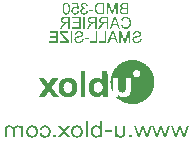
<source format=gbo>
G04*
G04 #@! TF.GenerationSoftware,Altium Limited,Altium Designer,21.6.4 (81)*
G04*
G04 Layer_Color=32896*
%FSLAX44Y44*%
%MOMM*%
G71*
G04*
G04 #@! TF.SameCoordinates,7B4930C9-1E03-45B5-BB94-95F13246AEDE*
G04*
G04*
G04 #@! TF.FilePolarity,Positive*
G04*
G01*
G75*
G36*
X100737Y336983D02*
X100941Y336962D01*
X101138Y336927D01*
X101321Y336884D01*
X101490Y336835D01*
X101645Y336779D01*
X101793Y336723D01*
X101926Y336659D01*
X102046Y336596D01*
X102152Y336540D01*
X102243Y336483D01*
X102320Y336434D01*
X102384Y336392D01*
X102426Y336357D01*
X102454Y336336D01*
X102461Y336329D01*
X102602Y336202D01*
X102729Y336061D01*
X102841Y335914D01*
X102940Y335759D01*
X103031Y335604D01*
X103116Y335449D01*
X103186Y335294D01*
X103249Y335147D01*
X103298Y335006D01*
X103341Y334879D01*
X103376Y334767D01*
X103404Y334661D01*
X103425Y334577D01*
X103439Y334520D01*
X103453Y334478D01*
Y334471D01*
Y334464D01*
X102257Y334253D01*
X102229Y334415D01*
X102194Y334563D01*
X102159Y334696D01*
X102109Y334823D01*
X102067Y334943D01*
X102011Y335048D01*
X101962Y335147D01*
X101912Y335238D01*
X101863Y335308D01*
X101821Y335379D01*
X101779Y335435D01*
X101743Y335477D01*
X101708Y335513D01*
X101687Y335541D01*
X101673Y335555D01*
X101666Y335562D01*
X101575Y335639D01*
X101483Y335709D01*
X101385Y335766D01*
X101286Y335815D01*
X101188Y335864D01*
X101096Y335900D01*
X100913Y335949D01*
X100829Y335970D01*
X100751Y335984D01*
X100681Y335991D01*
X100618Y335998D01*
X100576Y336005D01*
X100505D01*
X100379Y335998D01*
X100252Y335984D01*
X100139Y335963D01*
X100027Y335935D01*
X99928Y335906D01*
X99830Y335864D01*
X99745Y335829D01*
X99668Y335787D01*
X99598Y335745D01*
X99534Y335709D01*
X99485Y335667D01*
X99436Y335639D01*
X99401Y335611D01*
X99380Y335590D01*
X99365Y335576D01*
X99358Y335569D01*
X99281Y335484D01*
X99211Y335400D01*
X99147Y335308D01*
X99098Y335217D01*
X99056Y335126D01*
X99021Y335034D01*
X98964Y334865D01*
X98943Y334788D01*
X98929Y334717D01*
X98922Y334647D01*
X98915Y334598D01*
X98908Y334549D01*
Y334514D01*
Y334492D01*
Y334485D01*
X98915Y334338D01*
X98936Y334197D01*
X98964Y334063D01*
X99007Y333944D01*
X99049Y333831D01*
X99098Y333732D01*
X99154Y333641D01*
X99211Y333557D01*
X99274Y333486D01*
X99323Y333423D01*
X99380Y333374D01*
X99422Y333331D01*
X99464Y333296D01*
X99492Y333275D01*
X99513Y333261D01*
X99520Y333254D01*
X99633Y333184D01*
X99752Y333127D01*
X99872Y333071D01*
X99992Y333029D01*
X100224Y332958D01*
X100329Y332930D01*
X100435Y332909D01*
X100533Y332895D01*
X100618Y332881D01*
X100695Y332874D01*
X100765Y332867D01*
X100815Y332860D01*
X100948D01*
X101012Y332867D01*
X101040D01*
X101061Y332874D01*
X101082D01*
X101216Y331826D01*
X101033Y331868D01*
X100871Y331896D01*
X100730Y331924D01*
X100604Y331938D01*
X100505Y331945D01*
X100435Y331952D01*
X100372D01*
X100217Y331945D01*
X100076Y331931D01*
X99935Y331903D01*
X99809Y331868D01*
X99689Y331826D01*
X99577Y331784D01*
X99471Y331734D01*
X99380Y331685D01*
X99295Y331636D01*
X99218Y331587D01*
X99154Y331544D01*
X99105Y331502D01*
X99063Y331467D01*
X99028Y331439D01*
X99014Y331425D01*
X99007Y331418D01*
X98908Y331312D01*
X98831Y331207D01*
X98753Y331094D01*
X98690Y330981D01*
X98641Y330869D01*
X98598Y330756D01*
X98563Y330644D01*
X98535Y330538D01*
X98507Y330440D01*
X98493Y330348D01*
X98479Y330264D01*
X98472Y330201D01*
X98465Y330137D01*
Y330095D01*
Y330067D01*
Y330060D01*
X98472Y329905D01*
X98493Y329750D01*
X98521Y329609D01*
X98556Y329476D01*
X98598Y329342D01*
X98648Y329230D01*
X98704Y329117D01*
X98753Y329019D01*
X98810Y328927D01*
X98866Y328850D01*
X98915Y328779D01*
X98957Y328723D01*
X98993Y328674D01*
X99021Y328646D01*
X99042Y328624D01*
X99049Y328618D01*
X99161Y328512D01*
X99274Y328428D01*
X99394Y328350D01*
X99513Y328280D01*
X99633Y328223D01*
X99752Y328174D01*
X99872Y328139D01*
X99978Y328104D01*
X100083Y328083D01*
X100175Y328062D01*
X100259Y328055D01*
X100336Y328041D01*
X100393D01*
X100442Y328033D01*
X100477D01*
X100611Y328041D01*
X100730Y328055D01*
X100850Y328076D01*
X100962Y328104D01*
X101068Y328139D01*
X101166Y328174D01*
X101258Y328216D01*
X101342Y328259D01*
X101420Y328294D01*
X101483Y328336D01*
X101546Y328371D01*
X101589Y328406D01*
X101631Y328434D01*
X101659Y328456D01*
X101673Y328470D01*
X101680Y328477D01*
X101772Y328568D01*
X101849Y328667D01*
X101926Y328779D01*
X101997Y328899D01*
X102116Y329138D01*
X102215Y329384D01*
X102250Y329497D01*
X102285Y329603D01*
X102313Y329694D01*
X102334Y329778D01*
X102356Y329849D01*
X102370Y329905D01*
X102377Y329933D01*
Y329947D01*
X103573Y329785D01*
X103545Y329560D01*
X103502Y329349D01*
X103439Y329152D01*
X103376Y328962D01*
X103298Y328786D01*
X103221Y328624D01*
X103137Y328470D01*
X103052Y328336D01*
X102968Y328216D01*
X102890Y328111D01*
X102813Y328019D01*
X102750Y327942D01*
X102693Y327879D01*
X102651Y327836D01*
X102623Y327808D01*
X102616Y327801D01*
X102454Y327668D01*
X102278Y327548D01*
X102102Y327449D01*
X101926Y327365D01*
X101743Y327288D01*
X101568Y327224D01*
X101392Y327175D01*
X101230Y327140D01*
X101075Y327105D01*
X100934Y327084D01*
X100808Y327062D01*
X100695Y327056D01*
X100611Y327048D01*
X100540Y327041D01*
X100484D01*
X100224Y327048D01*
X99978Y327077D01*
X99738Y327126D01*
X99520Y327182D01*
X99309Y327245D01*
X99119Y327323D01*
X98936Y327400D01*
X98774Y327485D01*
X98634Y327569D01*
X98500Y327646D01*
X98394Y327724D01*
X98303Y327787D01*
X98226Y327844D01*
X98176Y327893D01*
X98148Y327921D01*
X98134Y327928D01*
X97972Y328097D01*
X97824Y328273D01*
X97698Y328456D01*
X97592Y328639D01*
X97501Y328821D01*
X97423Y329004D01*
X97367Y329173D01*
X97318Y329342D01*
X97276Y329497D01*
X97248Y329638D01*
X97226Y329764D01*
X97212Y329877D01*
X97205Y329961D01*
X97198Y330032D01*
Y330074D01*
Y330088D01*
X97205Y330264D01*
X97219Y330426D01*
X97241Y330580D01*
X97276Y330728D01*
X97311Y330869D01*
X97346Y330996D01*
X97395Y331115D01*
X97438Y331228D01*
X97480Y331326D01*
X97522Y331411D01*
X97564Y331481D01*
X97599Y331544D01*
X97635Y331594D01*
X97656Y331629D01*
X97670Y331650D01*
X97677Y331657D01*
X97768Y331769D01*
X97874Y331875D01*
X97979Y331967D01*
X98085Y332051D01*
X98197Y332128D01*
X98310Y332192D01*
X98423Y332255D01*
X98528Y332304D01*
X98627Y332354D01*
X98718Y332389D01*
X98802Y332424D01*
X98880Y332445D01*
X98936Y332466D01*
X98986Y332480D01*
X99014Y332487D01*
X99021D01*
X98901Y332543D01*
X98788Y332607D01*
X98683Y332677D01*
X98584Y332740D01*
X98493Y332811D01*
X98416Y332881D01*
X98338Y332944D01*
X98275Y333008D01*
X98211Y333071D01*
X98162Y333127D01*
X98120Y333177D01*
X98085Y333219D01*
X98057Y333254D01*
X98036Y333282D01*
X98029Y333296D01*
X98021Y333303D01*
X97958Y333402D01*
X97909Y333500D01*
X97860Y333606D01*
X97824Y333704D01*
X97761Y333894D01*
X97719Y334077D01*
X97705Y334155D01*
X97698Y334232D01*
X97684Y334295D01*
Y334352D01*
X97677Y334394D01*
Y334429D01*
Y334450D01*
Y334457D01*
X97684Y334584D01*
X97691Y334703D01*
X97733Y334936D01*
X97789Y335147D01*
X97824Y335238D01*
X97853Y335330D01*
X97888Y335414D01*
X97923Y335484D01*
X97951Y335555D01*
X97979Y335604D01*
X98000Y335653D01*
X98021Y335681D01*
X98029Y335703D01*
X98036Y335709D01*
X98106Y335815D01*
X98183Y335921D01*
X98345Y336104D01*
X98514Y336265D01*
X98683Y336399D01*
X98760Y336455D01*
X98831Y336505D01*
X98894Y336547D01*
X98950Y336582D01*
X99000Y336610D01*
X99035Y336631D01*
X99056Y336638D01*
X99063Y336645D01*
X99190Y336709D01*
X99316Y336758D01*
X99443Y336807D01*
X99577Y336842D01*
X99823Y336906D01*
X99935Y336927D01*
X100048Y336948D01*
X100146Y336962D01*
X100238Y336969D01*
X100322Y336983D01*
X100393D01*
X100449Y336990D01*
X100526D01*
X100737Y336983D01*
D02*
G37*
G36*
X95805Y331826D02*
X94679Y331678D01*
X94574Y331826D01*
X94454Y331959D01*
X94335Y332072D01*
X94222Y332170D01*
X94117Y332248D01*
X94032Y332304D01*
X93997Y332325D01*
X93976Y332339D01*
X93962Y332354D01*
X93955D01*
X93779Y332445D01*
X93596Y332508D01*
X93420Y332557D01*
X93258Y332586D01*
X93181Y332600D01*
X93118Y332607D01*
X93054Y332614D01*
X93005D01*
X92963Y332621D01*
X92907D01*
X92738Y332614D01*
X92576Y332593D01*
X92421Y332565D01*
X92273Y332529D01*
X92140Y332487D01*
X92020Y332431D01*
X91907Y332382D01*
X91802Y332325D01*
X91710Y332269D01*
X91633Y332220D01*
X91563Y332170D01*
X91506Y332121D01*
X91457Y332086D01*
X91429Y332058D01*
X91408Y332037D01*
X91401Y332030D01*
X91302Y331917D01*
X91211Y331791D01*
X91133Y331664D01*
X91070Y331530D01*
X91014Y331390D01*
X90965Y331256D01*
X90929Y331129D01*
X90894Y331003D01*
X90873Y330876D01*
X90852Y330770D01*
X90838Y330665D01*
X90831Y330580D01*
Y330510D01*
X90824Y330454D01*
Y330426D01*
Y330412D01*
X90831Y330215D01*
X90852Y330032D01*
X90880Y329856D01*
X90915Y329687D01*
X90965Y329532D01*
X91014Y329391D01*
X91070Y329265D01*
X91119Y329145D01*
X91176Y329040D01*
X91232Y328948D01*
X91281Y328871D01*
X91330Y328807D01*
X91366Y328758D01*
X91394Y328716D01*
X91415Y328695D01*
X91422Y328688D01*
X91535Y328575D01*
X91654Y328477D01*
X91781Y328385D01*
X91900Y328315D01*
X92027Y328252D01*
X92147Y328195D01*
X92266Y328153D01*
X92379Y328125D01*
X92484Y328097D01*
X92583Y328076D01*
X92674Y328062D01*
X92745Y328048D01*
X92808D01*
X92850Y328041D01*
X92892D01*
X93026Y328048D01*
X93153Y328062D01*
X93272Y328083D01*
X93385Y328111D01*
X93497Y328146D01*
X93596Y328188D01*
X93694Y328223D01*
X93779Y328273D01*
X93856Y328315D01*
X93920Y328350D01*
X93983Y328392D01*
X94032Y328428D01*
X94074Y328456D01*
X94103Y328477D01*
X94117Y328491D01*
X94124Y328498D01*
X94215Y328589D01*
X94300Y328688D01*
X94370Y328793D01*
X94440Y328906D01*
X94497Y329019D01*
X94546Y329138D01*
X94630Y329356D01*
X94665Y329462D01*
X94694Y329560D01*
X94715Y329652D01*
X94736Y329729D01*
X94750Y329792D01*
X94757Y329835D01*
X94764Y329870D01*
Y329877D01*
X96016Y329771D01*
X95988Y329546D01*
X95939Y329335D01*
X95883Y329131D01*
X95819Y328941D01*
X95742Y328765D01*
X95658Y328603D01*
X95580Y328456D01*
X95496Y328322D01*
X95411Y328202D01*
X95334Y328097D01*
X95257Y328005D01*
X95193Y327928D01*
X95137Y327872D01*
X95095Y327829D01*
X95066Y327801D01*
X95059Y327794D01*
X94898Y327668D01*
X94729Y327548D01*
X94546Y327449D01*
X94370Y327365D01*
X94187Y327295D01*
X94004Y327238D01*
X93828Y327189D01*
X93659Y327147D01*
X93505Y327119D01*
X93357Y327098D01*
X93223Y327077D01*
X93111Y327070D01*
X93019Y327062D01*
X92949Y327056D01*
X92892D01*
X92597Y327070D01*
X92316Y327105D01*
X92055Y327168D01*
X91809Y327238D01*
X91577Y327330D01*
X91366Y327428D01*
X91176Y327534D01*
X91000Y327646D01*
X90845Y327759D01*
X90711Y327865D01*
X90599Y327963D01*
X90500Y328055D01*
X90430Y328132D01*
X90374Y328188D01*
X90345Y328223D01*
X90331Y328237D01*
X90198Y328420D01*
X90078Y328610D01*
X89973Y328800D01*
X89881Y328997D01*
X89811Y329187D01*
X89747Y329377D01*
X89698Y329560D01*
X89656Y329736D01*
X89621Y329898D01*
X89600Y330046D01*
X89579Y330179D01*
X89572Y330299D01*
X89565Y330391D01*
X89558Y330461D01*
Y330482D01*
Y330503D01*
Y330510D01*
Y330517D01*
X89565Y330770D01*
X89593Y331010D01*
X89642Y331242D01*
X89691Y331460D01*
X89761Y331657D01*
X89839Y331847D01*
X89916Y332016D01*
X89994Y332170D01*
X90078Y332311D01*
X90155Y332438D01*
X90233Y332543D01*
X90296Y332628D01*
X90352Y332698D01*
X90402Y332747D01*
X90430Y332783D01*
X90437Y332790D01*
X90606Y332944D01*
X90782Y333085D01*
X90965Y333198D01*
X91148Y333303D01*
X91330Y333388D01*
X91506Y333458D01*
X91682Y333521D01*
X91844Y333564D01*
X91999Y333599D01*
X92147Y333627D01*
X92273Y333648D01*
X92386Y333662D01*
X92470Y333669D01*
X92541Y333676D01*
X92597D01*
X92773Y333669D01*
X92956Y333648D01*
X93125Y333620D01*
X93294Y333578D01*
X93448Y333535D01*
X93603Y333486D01*
X93744Y333430D01*
X93877Y333374D01*
X93997Y333310D01*
X94110Y333261D01*
X94201Y333205D01*
X94278Y333163D01*
X94349Y333120D01*
X94391Y333092D01*
X94426Y333071D01*
X94433Y333064D01*
X93913Y335688D01*
X90015D01*
Y336828D01*
X94862D01*
X95805Y331826D01*
D02*
G37*
G36*
X108252Y330137D02*
X104565D01*
Y331340D01*
X108252D01*
Y330137D01*
D02*
G37*
G36*
X128817Y327217D02*
X127572D01*
Y335505D01*
X124765Y327217D01*
X123597D01*
X120761Y335365D01*
Y327217D01*
X119516D01*
Y336955D01*
X121254D01*
X123590Y330179D01*
X123653Y329989D01*
X123716Y329813D01*
X123765Y329652D01*
X123822Y329497D01*
X123864Y329356D01*
X123906Y329230D01*
X123948Y329117D01*
X123984Y329011D01*
X124012Y328920D01*
X124040Y328843D01*
X124061Y328772D01*
X124075Y328716D01*
X124089Y328674D01*
X124103Y328646D01*
X124110Y328624D01*
Y328618D01*
X124138Y328716D01*
X124174Y328815D01*
X124209Y328927D01*
X124244Y329047D01*
X124321Y329286D01*
X124399Y329518D01*
X124434Y329631D01*
X124469Y329729D01*
X124497Y329821D01*
X124525Y329905D01*
X124546Y329968D01*
X124561Y330018D01*
X124568Y330046D01*
X124575Y330060D01*
X126882Y336955D01*
X128817D01*
Y327217D01*
D02*
G37*
G36*
X137893D02*
X134017D01*
X133848Y327224D01*
X133693Y327231D01*
X133545Y327245D01*
X133412Y327253D01*
X133278Y327267D01*
X133158Y327281D01*
X133053Y327302D01*
X132954Y327316D01*
X132870Y327330D01*
X132793Y327344D01*
X132729Y327351D01*
X132680Y327365D01*
X132645Y327372D01*
X132624Y327379D01*
X132617D01*
X132384Y327449D01*
X132180Y327520D01*
X131997Y327604D01*
X131920Y327640D01*
X131843Y327682D01*
X131779Y327717D01*
X131723Y327752D01*
X131674Y327780D01*
X131632Y327808D01*
X131596Y327829D01*
X131575Y327844D01*
X131561Y327858D01*
X131554D01*
X131399Y327984D01*
X131266Y328132D01*
X131146Y328280D01*
X131041Y328428D01*
X130956Y328554D01*
X130921Y328610D01*
X130893Y328660D01*
X130872Y328702D01*
X130858Y328730D01*
X130844Y328751D01*
Y328758D01*
X130745Y328983D01*
X130675Y329208D01*
X130618Y329427D01*
X130583Y329624D01*
X130569Y329708D01*
X130562Y329792D01*
X130555Y329863D01*
Y329919D01*
X130548Y329968D01*
Y330010D01*
Y330032D01*
Y330039D01*
X130555Y330193D01*
X130569Y330341D01*
X130590Y330489D01*
X130625Y330623D01*
X130661Y330756D01*
X130696Y330876D01*
X130745Y330989D01*
X130787Y331094D01*
X130829Y331185D01*
X130872Y331270D01*
X130914Y331340D01*
X130949Y331397D01*
X130984Y331446D01*
X131005Y331481D01*
X131019Y331502D01*
X131026Y331509D01*
X131118Y331622D01*
X131216Y331727D01*
X131329Y331826D01*
X131435Y331910D01*
X131547Y331995D01*
X131660Y332065D01*
X131772Y332128D01*
X131885Y332185D01*
X131983Y332241D01*
X132082Y332283D01*
X132166Y332318D01*
X132237Y332346D01*
X132300Y332368D01*
X132342Y332382D01*
X132377Y332396D01*
X132384D01*
X132258Y332459D01*
X132145Y332529D01*
X132040Y332600D01*
X131934Y332677D01*
X131843Y332755D01*
X131758Y332825D01*
X131688Y332895D01*
X131617Y332966D01*
X131561Y333029D01*
X131505Y333092D01*
X131463Y333142D01*
X131427Y333191D01*
X131399Y333233D01*
X131378Y333261D01*
X131371Y333275D01*
X131364Y333282D01*
X131301Y333388D01*
X131252Y333493D01*
X131202Y333592D01*
X131167Y333697D01*
X131104Y333894D01*
X131062Y334077D01*
X131048Y334155D01*
X131041Y334232D01*
X131026Y334295D01*
Y334352D01*
X131019Y334394D01*
Y334429D01*
Y334450D01*
Y334457D01*
X131026Y334584D01*
X131033Y334703D01*
X131083Y334943D01*
X131139Y335161D01*
X131174Y335259D01*
X131209Y335358D01*
X131252Y335442D01*
X131287Y335513D01*
X131315Y335583D01*
X131343Y335639D01*
X131371Y335681D01*
X131392Y335717D01*
X131399Y335738D01*
X131406Y335745D01*
X131484Y335857D01*
X131561Y335963D01*
X131646Y336054D01*
X131730Y336146D01*
X131821Y336230D01*
X131906Y336301D01*
X131990Y336371D01*
X132075Y336427D01*
X132152Y336483D01*
X132230Y336526D01*
X132293Y336568D01*
X132349Y336596D01*
X132399Y336624D01*
X132434Y336638D01*
X132455Y336652D01*
X132462D01*
X132588Y336709D01*
X132729Y336751D01*
X133025Y336828D01*
X133320Y336884D01*
X133468Y336899D01*
X133609Y336920D01*
X133735Y336927D01*
X133862Y336941D01*
X133967Y336948D01*
X134066D01*
X134143Y336955D01*
X137893D01*
Y327217D01*
D02*
G37*
G36*
X117447D02*
X113937D01*
X113620Y327224D01*
X113465Y327231D01*
X113324Y327245D01*
X113184Y327253D01*
X113057Y327267D01*
X112937Y327281D01*
X112825Y327302D01*
X112726Y327316D01*
X112635Y327330D01*
X112557Y327344D01*
X112494Y327351D01*
X112445Y327365D01*
X112403Y327372D01*
X112382Y327379D01*
X112375D01*
X112128Y327449D01*
X111903Y327527D01*
X111805Y327569D01*
X111706Y327604D01*
X111622Y327646D01*
X111537Y327689D01*
X111467Y327724D01*
X111404Y327759D01*
X111347Y327787D01*
X111298Y327815D01*
X111263Y327836D01*
X111235Y327851D01*
X111221Y327865D01*
X111214D01*
X111038Y327998D01*
X110869Y328139D01*
X110721Y328287D01*
X110588Y328428D01*
X110482Y328554D01*
X110433Y328610D01*
X110398Y328660D01*
X110369Y328695D01*
X110348Y328730D01*
X110334Y328744D01*
X110327Y328751D01*
X110179Y328976D01*
X110053Y329208D01*
X109933Y329448D01*
X109842Y329673D01*
X109799Y329771D01*
X109764Y329870D01*
X109729Y329954D01*
X109708Y330025D01*
X109687Y330081D01*
X109673Y330130D01*
X109659Y330158D01*
Y330165D01*
X109574Y330496D01*
X109511Y330834D01*
X109462Y331164D01*
X109448Y331326D01*
X109434Y331474D01*
X109419Y331615D01*
X109412Y331741D01*
X109405Y331854D01*
Y331945D01*
X109398Y332030D01*
Y332086D01*
Y332121D01*
Y332135D01*
X109405Y332375D01*
X109412Y332607D01*
X109434Y332832D01*
X109462Y333043D01*
X109490Y333247D01*
X109518Y333437D01*
X109553Y333620D01*
X109588Y333782D01*
X109631Y333929D01*
X109666Y334063D01*
X109694Y334176D01*
X109722Y334274D01*
X109750Y334352D01*
X109771Y334401D01*
X109778Y334436D01*
X109785Y334450D01*
X109863Y334633D01*
X109947Y334816D01*
X110032Y334978D01*
X110123Y335140D01*
X110222Y335287D01*
X110320Y335421D01*
X110412Y335548D01*
X110503Y335667D01*
X110595Y335766D01*
X110672Y335857D01*
X110749Y335935D01*
X110813Y335998D01*
X110862Y336047D01*
X110904Y336090D01*
X110932Y336111D01*
X110939Y336118D01*
X111052Y336209D01*
X111172Y336293D01*
X111411Y336434D01*
X111650Y336561D01*
X111868Y336652D01*
X111973Y336695D01*
X112065Y336723D01*
X112149Y336751D01*
X112220Y336779D01*
X112283Y336793D01*
X112325Y336807D01*
X112353Y336814D01*
X112360D01*
X112480Y336842D01*
X112607Y336863D01*
X112740Y336878D01*
X112881Y336899D01*
X113170Y336920D01*
X113451Y336941D01*
X113585D01*
X113704Y336948D01*
X113817D01*
X113908Y336955D01*
X117447D01*
Y327217D01*
D02*
G37*
G36*
X85477Y336983D02*
X85660Y336969D01*
X85836Y336941D01*
X86004Y336899D01*
X86159Y336856D01*
X86307Y336807D01*
X86441Y336758D01*
X86560Y336709D01*
X86673Y336652D01*
X86764Y336603D01*
X86849Y336554D01*
X86919Y336512D01*
X86975Y336476D01*
X87010Y336448D01*
X87039Y336427D01*
X87046Y336420D01*
X87172Y336308D01*
X87292Y336188D01*
X87404Y336061D01*
X87510Y335928D01*
X87601Y335794D01*
X87686Y335653D01*
X87770Y335520D01*
X87834Y335393D01*
X87897Y335273D01*
X87953Y335161D01*
X87996Y335055D01*
X88038Y334971D01*
X88066Y334893D01*
X88087Y334844D01*
X88094Y334809D01*
X88101Y334795D01*
X88164Y334591D01*
X88214Y334373D01*
X88263Y334148D01*
X88305Y333915D01*
X88368Y333451D01*
X88390Y333226D01*
X88411Y333008D01*
X88425Y332804D01*
X88432Y332614D01*
X88439Y332445D01*
X88446Y332304D01*
Y332241D01*
X88453Y332185D01*
Y332135D01*
Y332093D01*
Y332058D01*
Y332037D01*
Y332023D01*
Y332016D01*
Y331763D01*
X88439Y331516D01*
X88432Y331284D01*
X88411Y331059D01*
X88390Y330841D01*
X88361Y330630D01*
X88333Y330433D01*
X88305Y330243D01*
X88270Y330053D01*
X88228Y329884D01*
X88193Y329715D01*
X88150Y329560D01*
X88108Y329406D01*
X88066Y329265D01*
X88017Y329131D01*
X87974Y329004D01*
X87932Y328892D01*
X87883Y328779D01*
X87841Y328681D01*
X87799Y328582D01*
X87756Y328498D01*
X87721Y328420D01*
X87679Y328350D01*
X87644Y328287D01*
X87616Y328231D01*
X87587Y328188D01*
X87559Y328146D01*
X87538Y328111D01*
X87517Y328090D01*
X87503Y328069D01*
X87496Y328062D01*
Y328055D01*
X87341Y327879D01*
X87172Y327724D01*
X86996Y327590D01*
X86813Y327478D01*
X86624Y327379D01*
X86441Y327302D01*
X86265Y327231D01*
X86089Y327182D01*
X85920Y327140D01*
X85772Y327112D01*
X85632Y327084D01*
X85512Y327070D01*
X85413Y327062D01*
X85343Y327056D01*
X85280D01*
X85083Y327062D01*
X84900Y327084D01*
X84724Y327112D01*
X84555Y327147D01*
X84400Y327189D01*
X84260Y327238D01*
X84126Y327288D01*
X83999Y327344D01*
X83894Y327393D01*
X83795Y327442D01*
X83718Y327492D01*
X83647Y327534D01*
X83591Y327576D01*
X83556Y327604D01*
X83528Y327618D01*
X83521Y327625D01*
X83394Y327738D01*
X83274Y327858D01*
X83162Y327984D01*
X83056Y328118D01*
X82965Y328259D01*
X82880Y328392D01*
X82796Y328526D01*
X82726Y328653D01*
X82669Y328772D01*
X82613Y328885D01*
X82571Y328990D01*
X82529Y329075D01*
X82501Y329152D01*
X82479Y329201D01*
X82472Y329237D01*
X82465Y329251D01*
X82402Y329455D01*
X82346Y329673D01*
X82296Y329898D01*
X82254Y330130D01*
X82191Y330588D01*
X82170Y330813D01*
X82149Y331031D01*
X82135Y331235D01*
X82128Y331418D01*
X82121Y331586D01*
X82114Y331734D01*
Y331798D01*
X82107Y331854D01*
Y331903D01*
Y331938D01*
Y331973D01*
Y331995D01*
Y332009D01*
Y332016D01*
Y332283D01*
X82114Y332529D01*
X82128Y332769D01*
X82142Y332987D01*
X82156Y333191D01*
X82177Y333381D01*
X82198Y333557D01*
X82219Y333711D01*
X82240Y333852D01*
X82261Y333972D01*
X82282Y334077D01*
X82296Y334162D01*
X82311Y334232D01*
X82325Y334274D01*
X82332Y334309D01*
Y334316D01*
X82374Y334471D01*
X82423Y334626D01*
X82465Y334767D01*
X82515Y334900D01*
X82571Y335027D01*
X82620Y335147D01*
X82669Y335259D01*
X82719Y335358D01*
X82761Y335449D01*
X82803Y335527D01*
X82838Y335597D01*
X82873Y335653D01*
X82902Y335695D01*
X82923Y335731D01*
X82930Y335752D01*
X82937Y335759D01*
X83084Y335970D01*
X83246Y336153D01*
X83408Y336315D01*
X83563Y336441D01*
X83633Y336497D01*
X83704Y336540D01*
X83760Y336582D01*
X83809Y336617D01*
X83851Y336638D01*
X83880Y336659D01*
X83901Y336673D01*
X83908D01*
X84020Y336730D01*
X84133Y336779D01*
X84372Y336856D01*
X84604Y336913D01*
X84815Y336948D01*
X84914Y336962D01*
X84998Y336976D01*
X85083Y336983D01*
X85146D01*
X85202Y336990D01*
X85280D01*
X85477Y336983D01*
D02*
G37*
G36*
X135814Y325087D02*
X136046Y325066D01*
X136272Y325038D01*
X136490Y325002D01*
X136694Y324960D01*
X136891Y324904D01*
X137074Y324855D01*
X137243Y324798D01*
X137390Y324742D01*
X137531Y324693D01*
X137651Y324644D01*
X137749Y324594D01*
X137834Y324559D01*
X137890Y324531D01*
X137925Y324510D01*
X137939Y324503D01*
X138136Y324383D01*
X138319Y324257D01*
X138488Y324123D01*
X138650Y323982D01*
X138798Y323842D01*
X138931Y323701D01*
X139058Y323553D01*
X139163Y323419D01*
X139262Y323293D01*
X139353Y323166D01*
X139424Y323061D01*
X139487Y322969D01*
X139529Y322885D01*
X139564Y322828D01*
X139586Y322793D01*
X139593Y322779D01*
X139691Y322561D01*
X139782Y322343D01*
X139860Y322118D01*
X139923Y321893D01*
X139980Y321668D01*
X140029Y321442D01*
X140064Y321231D01*
X140099Y321034D01*
X140120Y320844D01*
X140141Y320668D01*
X140148Y320514D01*
X140162Y320380D01*
Y320274D01*
X140169Y320232D01*
Y320197D01*
Y320169D01*
Y320148D01*
Y320134D01*
Y320127D01*
X140162Y319866D01*
X140148Y319613D01*
X140120Y319367D01*
X140092Y319135D01*
X140050Y318902D01*
X140008Y318691D01*
X139958Y318487D01*
X139909Y318297D01*
X139867Y318129D01*
X139818Y317974D01*
X139775Y317840D01*
X139733Y317727D01*
X139705Y317636D01*
X139677Y317573D01*
X139663Y317530D01*
X139656Y317523D01*
Y317516D01*
X139557Y317298D01*
X139445Y317087D01*
X139325Y316897D01*
X139206Y316714D01*
X139079Y316553D01*
X138952Y316398D01*
X138833Y316264D01*
X138713Y316137D01*
X138601Y316025D01*
X138495Y315933D01*
X138404Y315849D01*
X138319Y315786D01*
X138249Y315736D01*
X138200Y315694D01*
X138171Y315673D01*
X138157Y315666D01*
X137967Y315553D01*
X137763Y315455D01*
X137552Y315370D01*
X137341Y315293D01*
X137130Y315237D01*
X136912Y315180D01*
X136708Y315138D01*
X136504Y315103D01*
X136321Y315082D01*
X136145Y315061D01*
X135990Y315047D01*
X135857Y315033D01*
X135751D01*
X135702Y315026D01*
X135596D01*
X135315Y315033D01*
X135048Y315061D01*
X134794Y315103D01*
X134548Y315152D01*
X134323Y315216D01*
X134112Y315286D01*
X133915Y315363D01*
X133739Y315441D01*
X133577Y315518D01*
X133436Y315596D01*
X133310Y315666D01*
X133211Y315729D01*
X133127Y315779D01*
X133070Y315821D01*
X133035Y315849D01*
X133021Y315856D01*
X132831Y316025D01*
X132655Y316201D01*
X132493Y316391D01*
X132346Y316588D01*
X132212Y316792D01*
X132092Y316989D01*
X131987Y317186D01*
X131895Y317383D01*
X131811Y317566D01*
X131741Y317735D01*
X131684Y317882D01*
X131635Y318016D01*
X131600Y318121D01*
X131586Y318171D01*
X131579Y318206D01*
X131572Y318234D01*
X131565Y318255D01*
X131558Y318269D01*
Y318276D01*
X132845Y318600D01*
X132901Y318375D01*
X132965Y318171D01*
X133035Y317974D01*
X133120Y317798D01*
X133197Y317629D01*
X133288Y317474D01*
X133373Y317341D01*
X133457Y317214D01*
X133535Y317108D01*
X133612Y317010D01*
X133682Y316932D01*
X133746Y316869D01*
X133795Y316813D01*
X133830Y316778D01*
X133858Y316756D01*
X133865Y316749D01*
X134013Y316644D01*
X134161Y316545D01*
X134316Y316461D01*
X134471Y316391D01*
X134625Y316334D01*
X134780Y316285D01*
X134928Y316243D01*
X135069Y316208D01*
X135195Y316180D01*
X135322Y316166D01*
X135427Y316151D01*
X135519Y316137D01*
X135596D01*
X135653Y316130D01*
X135702D01*
X135864Y316137D01*
X136025Y316151D01*
X136180Y316173D01*
X136335Y316201D01*
X136476Y316236D01*
X136616Y316278D01*
X136743Y316313D01*
X136863Y316362D01*
X136968Y316405D01*
X137067Y316440D01*
X137151Y316482D01*
X137221Y316517D01*
X137278Y316545D01*
X137320Y316567D01*
X137348Y316581D01*
X137355Y316588D01*
X137496Y316679D01*
X137623Y316778D01*
X137742Y316883D01*
X137855Y316996D01*
X137953Y317108D01*
X138045Y317228D01*
X138129Y317341D01*
X138207Y317446D01*
X138270Y317551D01*
X138326Y317650D01*
X138375Y317742D01*
X138411Y317819D01*
X138446Y317882D01*
X138467Y317924D01*
X138474Y317960D01*
X138481Y317967D01*
X138544Y318143D01*
X138601Y318326D01*
X138650Y318508D01*
X138685Y318698D01*
X138755Y319057D01*
X138776Y319233D01*
X138798Y319402D01*
X138812Y319550D01*
X138819Y319690D01*
X138826Y319817D01*
X138833Y319923D01*
X138840Y320014D01*
Y320077D01*
Y320120D01*
Y320134D01*
X138833Y320317D01*
X138826Y320493D01*
X138791Y320830D01*
X138769Y320992D01*
X138741Y321147D01*
X138713Y321295D01*
X138685Y321428D01*
X138657Y321555D01*
X138636Y321668D01*
X138608Y321766D01*
X138587Y321850D01*
X138565Y321914D01*
X138551Y321963D01*
X138537Y321998D01*
Y322005D01*
X138474Y322174D01*
X138404Y322329D01*
X138326Y322477D01*
X138242Y322610D01*
X138157Y322744D01*
X138073Y322864D01*
X137981Y322969D01*
X137897Y323068D01*
X137812Y323152D01*
X137735Y323229D01*
X137665Y323293D01*
X137601Y323349D01*
X137552Y323391D01*
X137517Y323426D01*
X137489Y323441D01*
X137482Y323447D01*
X137334Y323546D01*
X137179Y323623D01*
X137024Y323701D01*
X136870Y323764D01*
X136708Y323813D01*
X136553Y323856D01*
X136405Y323891D01*
X136258Y323919D01*
X136124Y323947D01*
X135997Y323961D01*
X135885Y323975D01*
X135786Y323982D01*
X135709Y323989D01*
X135603D01*
X135420Y323982D01*
X135252Y323968D01*
X135090Y323947D01*
X134935Y323912D01*
X134794Y323877D01*
X134661Y323834D01*
X134541Y323792D01*
X134428Y323750D01*
X134330Y323701D01*
X134238Y323659D01*
X134161Y323616D01*
X134098Y323581D01*
X134048Y323546D01*
X134013Y323525D01*
X133992Y323511D01*
X133985Y323504D01*
X133865Y323405D01*
X133753Y323300D01*
X133654Y323180D01*
X133556Y323061D01*
X133464Y322927D01*
X133387Y322800D01*
X133310Y322674D01*
X133246Y322547D01*
X133190Y322427D01*
X133134Y322315D01*
X133091Y322216D01*
X133056Y322132D01*
X133028Y322054D01*
X133007Y322005D01*
X133000Y321970D01*
X132993Y321956D01*
X131727Y322252D01*
X131804Y322498D01*
X131903Y322730D01*
X132001Y322948D01*
X132114Y323152D01*
X132226Y323335D01*
X132339Y323511D01*
X132458Y323666D01*
X132571Y323806D01*
X132683Y323933D01*
X132782Y324039D01*
X132873Y324137D01*
X132958Y324207D01*
X133021Y324271D01*
X133077Y324313D01*
X133106Y324341D01*
X133120Y324348D01*
X133310Y324482D01*
X133507Y324594D01*
X133718Y324693D01*
X133922Y324777D01*
X134126Y324855D01*
X134330Y324911D01*
X134527Y324960D01*
X134717Y325002D01*
X134900Y325031D01*
X135062Y325052D01*
X135202Y325073D01*
X135329Y325080D01*
X135434Y325087D01*
X135477Y325094D01*
X135575D01*
X135814Y325087D01*
D02*
G37*
G36*
X131030Y315187D02*
X129672D01*
X128610Y318136D01*
X124522D01*
X123396Y315187D01*
X121933D01*
X125915Y324925D01*
X127294D01*
X131030Y315187D01*
D02*
G37*
G36*
X120884D02*
X119597D01*
Y319515D01*
X117929D01*
X117782Y319508D01*
X117655Y319501D01*
X117556Y319493D01*
X117486Y319479D01*
X117430Y319472D01*
X117395Y319465D01*
X117388D01*
X117275Y319430D01*
X117170Y319395D01*
X117071Y319346D01*
X116987Y319303D01*
X116909Y319268D01*
X116853Y319233D01*
X116818Y319212D01*
X116804Y319205D01*
X116691Y319128D01*
X116579Y319029D01*
X116473Y318916D01*
X116367Y318811D01*
X116283Y318712D01*
X116213Y318628D01*
X116185Y318593D01*
X116163Y318572D01*
X116156Y318558D01*
X116149Y318551D01*
X116079Y318459D01*
X116002Y318361D01*
X115847Y318150D01*
X115692Y317924D01*
X115544Y317706D01*
X115481Y317608D01*
X115418Y317516D01*
X115361Y317432D01*
X115312Y317355D01*
X115277Y317298D01*
X115249Y317249D01*
X115228Y317221D01*
X115221Y317214D01*
X113933Y315187D01*
X112322D01*
X114003Y317833D01*
X114193Y318114D01*
X114292Y318241D01*
X114383Y318368D01*
X114475Y318480D01*
X114566Y318586D01*
X114651Y318684D01*
X114728Y318776D01*
X114798Y318860D01*
X114869Y318931D01*
X114925Y318987D01*
X114974Y319043D01*
X115016Y319078D01*
X115045Y319114D01*
X115066Y319128D01*
X115073Y319135D01*
X115185Y319226D01*
X115305Y319310D01*
X115432Y319395D01*
X115558Y319465D01*
X115671Y319529D01*
X115720Y319557D01*
X115762Y319578D01*
X115798Y319599D01*
X115826Y319606D01*
X115840Y319620D01*
X115847D01*
X115594Y319662D01*
X115354Y319711D01*
X115136Y319775D01*
X114932Y319838D01*
X114749Y319916D01*
X114573Y319986D01*
X114425Y320063D01*
X114285Y320141D01*
X114165Y320218D01*
X114067Y320289D01*
X113975Y320352D01*
X113905Y320408D01*
X113849Y320457D01*
X113806Y320493D01*
X113785Y320514D01*
X113778Y320521D01*
X113659Y320654D01*
X113553Y320802D01*
X113462Y320943D01*
X113384Y321091D01*
X113321Y321238D01*
X113265Y321386D01*
X113222Y321527D01*
X113187Y321660D01*
X113159Y321787D01*
X113138Y321900D01*
X113124Y322005D01*
X113110Y322090D01*
Y322167D01*
X113103Y322223D01*
Y322252D01*
Y322266D01*
X113110Y322413D01*
X113117Y322561D01*
X113138Y322702D01*
X113166Y322835D01*
X113194Y322962D01*
X113229Y323082D01*
X113272Y323194D01*
X113307Y323300D01*
X113342Y323391D01*
X113384Y323476D01*
X113419Y323553D01*
X113448Y323616D01*
X113476Y323666D01*
X113490Y323701D01*
X113504Y323722D01*
X113511Y323729D01*
X113588Y323849D01*
X113673Y323961D01*
X113764Y324060D01*
X113849Y324158D01*
X113940Y324243D01*
X114031Y324320D01*
X114123Y324383D01*
X114207Y324447D01*
X114285Y324496D01*
X114362Y324538D01*
X114425Y324580D01*
X114482Y324608D01*
X114531Y324630D01*
X114566Y324644D01*
X114587Y324658D01*
X114594D01*
X114728Y324707D01*
X114876Y324749D01*
X115031Y324784D01*
X115185Y324813D01*
X115516Y324862D01*
X115678Y324876D01*
X115833Y324890D01*
X115988Y324904D01*
X116121Y324911D01*
X116248Y324918D01*
X116360D01*
X116445Y324925D01*
X120884D01*
Y315187D01*
D02*
G37*
G36*
X111062D02*
X109775D01*
Y319515D01*
X108107D01*
X107960Y319508D01*
X107833Y319501D01*
X107734Y319493D01*
X107664Y319479D01*
X107608Y319472D01*
X107573Y319465D01*
X107566D01*
X107453Y319430D01*
X107347Y319395D01*
X107249Y319346D01*
X107165Y319303D01*
X107087Y319268D01*
X107031Y319233D01*
X106996Y319212D01*
X106982Y319205D01*
X106869Y319128D01*
X106756Y319029D01*
X106651Y318916D01*
X106545Y318811D01*
X106461Y318712D01*
X106391Y318628D01*
X106362Y318593D01*
X106341Y318572D01*
X106334Y318558D01*
X106327Y318551D01*
X106257Y318459D01*
X106180Y318361D01*
X106025Y318150D01*
X105870Y317924D01*
X105722Y317706D01*
X105659Y317608D01*
X105596Y317516D01*
X105539Y317432D01*
X105490Y317355D01*
X105455Y317298D01*
X105427Y317249D01*
X105406Y317221D01*
X105399Y317214D01*
X104111Y315187D01*
X102500D01*
X104181Y317833D01*
X104371Y318114D01*
X104470Y318241D01*
X104561Y318368D01*
X104653Y318480D01*
X104744Y318586D01*
X104829Y318684D01*
X104906Y318776D01*
X104976Y318860D01*
X105047Y318931D01*
X105103Y318987D01*
X105152Y319043D01*
X105195Y319078D01*
X105223Y319114D01*
X105244Y319128D01*
X105251Y319135D01*
X105363Y319226D01*
X105483Y319310D01*
X105610Y319395D01*
X105736Y319465D01*
X105849Y319529D01*
X105898Y319557D01*
X105940Y319578D01*
X105976Y319599D01*
X106004Y319606D01*
X106018Y319620D01*
X106025D01*
X105772Y319662D01*
X105532Y319711D01*
X105314Y319775D01*
X105110Y319838D01*
X104927Y319916D01*
X104751Y319986D01*
X104604Y320063D01*
X104463Y320141D01*
X104343Y320218D01*
X104245Y320289D01*
X104153Y320352D01*
X104083Y320408D01*
X104027Y320457D01*
X103984Y320493D01*
X103963Y320514D01*
X103956Y320521D01*
X103837Y320654D01*
X103731Y320802D01*
X103640Y320943D01*
X103562Y321091D01*
X103499Y321238D01*
X103443Y321386D01*
X103400Y321527D01*
X103365Y321660D01*
X103337Y321787D01*
X103316Y321900D01*
X103302Y322005D01*
X103288Y322090D01*
Y322167D01*
X103281Y322223D01*
Y322252D01*
Y322266D01*
X103288Y322413D01*
X103295Y322561D01*
X103316Y322702D01*
X103344Y322835D01*
X103372Y322962D01*
X103407Y323082D01*
X103450Y323194D01*
X103485Y323300D01*
X103520Y323391D01*
X103562Y323476D01*
X103597Y323553D01*
X103626Y323616D01*
X103654Y323666D01*
X103668Y323701D01*
X103682Y323722D01*
X103689Y323729D01*
X103766Y323849D01*
X103851Y323961D01*
X103942Y324060D01*
X104027Y324158D01*
X104118Y324243D01*
X104209Y324320D01*
X104301Y324383D01*
X104385Y324447D01*
X104463Y324496D01*
X104540Y324538D01*
X104604Y324580D01*
X104660Y324608D01*
X104709Y324630D01*
X104744Y324644D01*
X104765Y324658D01*
X104772D01*
X104906Y324707D01*
X105054Y324749D01*
X105209Y324784D01*
X105363Y324813D01*
X105694Y324862D01*
X105856Y324876D01*
X106011Y324890D01*
X106166Y324904D01*
X106299Y324911D01*
X106426Y324918D01*
X106538D01*
X106623Y324925D01*
X111062D01*
Y315187D01*
D02*
G37*
G36*
X101043D02*
X99756D01*
Y324925D01*
X101043D01*
Y315187D01*
D02*
G37*
G36*
X97455D02*
X90194D01*
Y316334D01*
X96168D01*
Y319648D01*
X90785D01*
Y320795D01*
X96168D01*
Y323778D01*
X90419D01*
Y324925D01*
X97455D01*
Y315187D01*
D02*
G37*
G36*
X88393D02*
X87106D01*
Y319515D01*
X85438Y319515D01*
X85290Y319508D01*
X85164Y319500D01*
X85065Y319493D01*
X84995Y319479D01*
X84938Y319472D01*
X84903Y319465D01*
X84896D01*
X84784Y319430D01*
X84678Y319395D01*
X84580Y319346D01*
X84495Y319303D01*
X84418Y319268D01*
X84362Y319233D01*
X84326Y319212D01*
X84312Y319205D01*
X84200Y319128D01*
X84087Y319029D01*
X83982Y318916D01*
X83876Y318811D01*
X83792Y318712D01*
X83721Y318628D01*
X83693Y318593D01*
X83672Y318572D01*
X83665Y318558D01*
X83658Y318551D01*
X83588Y318459D01*
X83510Y318361D01*
X83355Y318150D01*
X83201Y317924D01*
X83053Y317706D01*
X82990Y317608D01*
X82926Y317516D01*
X82870Y317432D01*
X82821Y317355D01*
X82786Y317298D01*
X82757Y317249D01*
X82736Y317221D01*
X82729Y317214D01*
X81442Y315187D01*
X79830D01*
X81512Y317833D01*
X81702Y318114D01*
X81800Y318241D01*
X81892Y318368D01*
X81983Y318480D01*
X82075Y318586D01*
X82159Y318684D01*
X82237Y318776D01*
X82307Y318860D01*
X82378Y318930D01*
X82434Y318987D01*
X82483Y319043D01*
X82525Y319078D01*
X82553Y319114D01*
X82575Y319128D01*
X82582Y319135D01*
X82694Y319226D01*
X82814Y319310D01*
X82940Y319395D01*
X83067Y319465D01*
X83180Y319529D01*
X83229Y319557D01*
X83271Y319578D01*
X83306Y319599D01*
X83334Y319606D01*
X83348Y319620D01*
X83355D01*
X83102Y319662D01*
X82863Y319711D01*
X82645Y319775D01*
X82441Y319838D01*
X82258Y319916D01*
X82082Y319986D01*
X81934Y320063D01*
X81793Y320141D01*
X81674Y320218D01*
X81575Y320288D01*
X81484Y320352D01*
X81414Y320408D01*
X81357Y320457D01*
X81315Y320493D01*
X81294Y320514D01*
X81287Y320521D01*
X81167Y320654D01*
X81062Y320802D01*
X80970Y320943D01*
X80893Y321091D01*
X80830Y321238D01*
X80773Y321386D01*
X80731Y321527D01*
X80696Y321660D01*
X80668Y321787D01*
X80647Y321900D01*
X80633Y322005D01*
X80618Y322090D01*
Y322167D01*
X80611Y322223D01*
Y322251D01*
Y322266D01*
X80618Y322413D01*
X80625Y322561D01*
X80647Y322702D01*
X80675Y322835D01*
X80703Y322962D01*
X80738Y323082D01*
X80780Y323194D01*
X80815Y323300D01*
X80851Y323391D01*
X80893Y323476D01*
X80928Y323553D01*
X80956Y323616D01*
X80984Y323666D01*
X80998Y323701D01*
X81012Y323722D01*
X81019Y323729D01*
X81097Y323849D01*
X81181Y323961D01*
X81273Y324060D01*
X81357Y324158D01*
X81449Y324243D01*
X81540Y324320D01*
X81632Y324383D01*
X81716Y324447D01*
X81793Y324496D01*
X81871Y324538D01*
X81934Y324580D01*
X81990Y324608D01*
X82040Y324630D01*
X82075Y324644D01*
X82096Y324658D01*
X82103D01*
X82237Y324707D01*
X82385Y324749D01*
X82539Y324784D01*
X82694Y324813D01*
X83025Y324862D01*
X83187Y324876D01*
X83341Y324890D01*
X83496Y324904D01*
X83630Y324911D01*
X83757Y324918D01*
X83869D01*
X83954Y324925D01*
X88393Y324925D01*
Y315187D01*
D02*
G37*
G36*
X104604Y306092D02*
X100917D01*
Y307295D01*
X104604D01*
Y306092D01*
D02*
G37*
G36*
X139543Y303172D02*
X138298D01*
Y311460D01*
X135491Y303172D01*
X134323D01*
X131487Y311319D01*
Y303172D01*
X130242D01*
Y312909D01*
X131980D01*
X134316Y306134D01*
X134379Y305944D01*
X134442Y305768D01*
X134492Y305606D01*
X134548Y305451D01*
X134590Y305311D01*
X134632Y305184D01*
X134675Y305071D01*
X134710Y304966D01*
X134738Y304874D01*
X134766Y304797D01*
X134787Y304727D01*
X134801Y304670D01*
X134815Y304628D01*
X134829Y304600D01*
X134836Y304579D01*
Y304572D01*
X134865Y304670D01*
X134900Y304769D01*
X134935Y304881D01*
X134970Y305001D01*
X135048Y305240D01*
X135125Y305473D01*
X135160Y305585D01*
X135195Y305683D01*
X135223Y305775D01*
X135252Y305859D01*
X135273Y305923D01*
X135287Y305972D01*
X135294Y306000D01*
X135301Y306014D01*
X137608Y312909D01*
X139543D01*
Y303172D01*
D02*
G37*
G36*
X129229D02*
X127871D01*
X126809Y306120D01*
X122721D01*
X121595Y303172D01*
X120132D01*
X124114Y312909D01*
X125493D01*
X129229Y303172D01*
D02*
G37*
G36*
X119154D02*
X113075D01*
Y304319D01*
X117866D01*
Y312909D01*
X119154D01*
Y303172D01*
D02*
G37*
G36*
X111590D02*
X105511D01*
Y304319D01*
X110302D01*
Y312909D01*
X111590D01*
Y303172D01*
D02*
G37*
G36*
X90159D02*
X88871D01*
Y312909D01*
X90159D01*
Y303172D01*
D02*
G37*
G36*
X86810Y311763D02*
X81378Y311762D01*
X81561Y311572D01*
X81744Y311368D01*
X81913Y311178D01*
X82068Y310996D01*
X82138Y310911D01*
X82202Y310841D01*
X82251Y310770D01*
X82300Y310714D01*
X82342Y310665D01*
X82370Y310630D01*
X82385Y310609D01*
X82392Y310602D01*
X87373Y304361D01*
Y303172D01*
X79676Y303172D01*
Y304319D01*
X85895Y304319D01*
X85311Y305001D01*
X79837Y311762D01*
Y312909D01*
X86810Y312909D01*
Y311763D01*
D02*
G37*
G36*
X78261Y303172D02*
X71001D01*
Y304319D01*
X76974D01*
Y307632D01*
X71592D01*
Y308779D01*
X76974D01*
Y311762D01*
X71226D01*
Y312909D01*
X78261D01*
Y303172D01*
D02*
G37*
G36*
X145397Y313071D02*
X145573Y313064D01*
X145742Y313050D01*
X145911Y313029D01*
X146066Y313001D01*
X146213Y312973D01*
X146347Y312945D01*
X146474Y312909D01*
X146593Y312881D01*
X146699Y312846D01*
X146783Y312818D01*
X146861Y312797D01*
X146924Y312769D01*
X146966Y312754D01*
X146994Y312747D01*
X147001Y312740D01*
X147149Y312677D01*
X147283Y312607D01*
X147409Y312529D01*
X147529Y312452D01*
X147641Y312367D01*
X147740Y312290D01*
X147831Y312206D01*
X147909Y312128D01*
X147979Y312058D01*
X148043Y311988D01*
X148099Y311931D01*
X148141Y311875D01*
X148176Y311833D01*
X148197Y311798D01*
X148211Y311777D01*
X148218Y311770D01*
X148289Y311650D01*
X148352Y311523D01*
X148408Y311404D01*
X148458Y311284D01*
X148500Y311164D01*
X148535Y311052D01*
X148556Y310946D01*
X148584Y310841D01*
X148598Y310742D01*
X148612Y310658D01*
X148619Y310581D01*
X148627Y310517D01*
X148634Y310461D01*
Y310426D01*
Y310397D01*
Y310390D01*
X148627Y310264D01*
X148619Y310144D01*
X148577Y309919D01*
X148528Y309715D01*
X148493Y309624D01*
X148465Y309532D01*
X148429Y309455D01*
X148401Y309384D01*
X148373Y309328D01*
X148345Y309279D01*
X148324Y309237D01*
X148310Y309209D01*
X148303Y309187D01*
X148296Y309180D01*
X148225Y309082D01*
X148155Y308983D01*
X147986Y308807D01*
X147817Y308653D01*
X147649Y308526D01*
X147564Y308470D01*
X147494Y308421D01*
X147423Y308371D01*
X147367Y308336D01*
X147318Y308308D01*
X147283Y308287D01*
X147262Y308280D01*
X147255Y308273D01*
X147142Y308216D01*
X147022Y308167D01*
X146882Y308111D01*
X146734Y308055D01*
X146424Y307949D01*
X146115Y307858D01*
X145974Y307815D01*
X145833Y307780D01*
X145707Y307745D01*
X145601Y307717D01*
X145510Y307696D01*
X145439Y307675D01*
X145418Y307668D01*
X145397D01*
X145390Y307661D01*
X145383D01*
X145144Y307604D01*
X144926Y307548D01*
X144722Y307499D01*
X144546Y307449D01*
X144384Y307407D01*
X144243Y307372D01*
X144124Y307337D01*
X144011Y307302D01*
X143920Y307274D01*
X143842Y307253D01*
X143786Y307231D01*
X143737Y307217D01*
X143694Y307203D01*
X143673Y307196D01*
X143659Y307189D01*
X143652D01*
X143540Y307140D01*
X143441Y307098D01*
X143343Y307048D01*
X143258Y306999D01*
X143174Y306950D01*
X143103Y306901D01*
X143040Y306852D01*
X142984Y306809D01*
X142935Y306767D01*
X142892Y306725D01*
X142822Y306661D01*
X142787Y306619D01*
X142773Y306612D01*
Y306605D01*
X142681Y306472D01*
X142611Y306338D01*
X142562Y306204D01*
X142534Y306085D01*
X142512Y305972D01*
X142505Y305930D01*
Y305888D01*
X142498Y305852D01*
Y305831D01*
Y305817D01*
Y305810D01*
X142512Y305648D01*
X142541Y305487D01*
X142590Y305346D01*
X142639Y305226D01*
X142688Y305121D01*
X142717Y305079D01*
X142738Y305043D01*
X142752Y305015D01*
X142766Y304994D01*
X142780Y304980D01*
Y304973D01*
X142892Y304839D01*
X143026Y304720D01*
X143167Y304614D01*
X143300Y304530D01*
X143427Y304466D01*
X143476Y304438D01*
X143526Y304417D01*
X143561Y304396D01*
X143589Y304382D01*
X143610Y304375D01*
X143617D01*
X143835Y304305D01*
X144053Y304248D01*
X144271Y304213D01*
X144475Y304185D01*
X144567Y304178D01*
X144651Y304171D01*
X144722Y304164D01*
X144785D01*
X144841Y304157D01*
X144912D01*
X145214Y304171D01*
X145496Y304199D01*
X145629Y304227D01*
X145749Y304248D01*
X145869Y304276D01*
X145974Y304305D01*
X146066Y304326D01*
X146157Y304354D01*
X146227Y304382D01*
X146291Y304403D01*
X146340Y304417D01*
X146382Y304431D01*
X146403Y304445D01*
X146410D01*
X146530Y304501D01*
X146643Y304558D01*
X146748Y304621D01*
X146840Y304685D01*
X146931Y304748D01*
X147008Y304811D01*
X147086Y304874D01*
X147149Y304931D01*
X147205Y304987D01*
X147255Y305036D01*
X147297Y305079D01*
X147325Y305121D01*
X147353Y305156D01*
X147374Y305177D01*
X147381Y305191D01*
X147388Y305198D01*
X147494Y305388D01*
X147578Y305585D01*
X147649Y305789D01*
X147698Y305979D01*
X147719Y306070D01*
X147740Y306148D01*
X147754Y306225D01*
X147761Y306289D01*
X147775Y306338D01*
Y306373D01*
X147782Y306401D01*
Y306408D01*
X148999Y306303D01*
X148992Y306120D01*
X148971Y305944D01*
X148943Y305775D01*
X148908Y305613D01*
X148866Y305465D01*
X148824Y305318D01*
X148774Y305184D01*
X148725Y305057D01*
X148683Y304945D01*
X148634Y304846D01*
X148591Y304762D01*
X148549Y304685D01*
X148521Y304628D01*
X148493Y304586D01*
X148479Y304558D01*
X148472Y304551D01*
X148373Y304410D01*
X148268Y304276D01*
X148155Y304157D01*
X148035Y304044D01*
X147923Y303939D01*
X147803Y303840D01*
X147691Y303756D01*
X147578Y303678D01*
X147480Y303615D01*
X147381Y303552D01*
X147297Y303502D01*
X147219Y303460D01*
X147156Y303432D01*
X147114Y303411D01*
X147079Y303397D01*
X147072Y303390D01*
X146903Y303326D01*
X146720Y303263D01*
X146537Y303214D01*
X146347Y303172D01*
X145974Y303101D01*
X145798Y303080D01*
X145629Y303059D01*
X145468Y303045D01*
X145320Y303031D01*
X145186Y303024D01*
X145073Y303017D01*
X144982Y303010D01*
X144855D01*
X144665Y303017D01*
X144475Y303024D01*
X144292Y303045D01*
X144124Y303066D01*
X143962Y303101D01*
X143807Y303130D01*
X143659Y303165D01*
X143526Y303200D01*
X143406Y303235D01*
X143300Y303270D01*
X143209Y303305D01*
X143132Y303334D01*
X143068Y303355D01*
X143019Y303376D01*
X142991Y303383D01*
X142984Y303390D01*
X142829Y303467D01*
X142688Y303545D01*
X142555Y303629D01*
X142435Y303713D01*
X142323Y303805D01*
X142217Y303896D01*
X142118Y303981D01*
X142034Y304065D01*
X141957Y304143D01*
X141893Y304213D01*
X141837Y304283D01*
X141795Y304340D01*
X141760Y304389D01*
X141732Y304424D01*
X141717Y304445D01*
X141710Y304452D01*
X141633Y304586D01*
X141563Y304713D01*
X141499Y304846D01*
X141450Y304973D01*
X141408Y305100D01*
X141373Y305219D01*
X141337Y305339D01*
X141316Y305444D01*
X141295Y305550D01*
X141281Y305641D01*
X141274Y305719D01*
X141267Y305789D01*
X141260Y305845D01*
Y305888D01*
Y305916D01*
Y305923D01*
X141267Y306070D01*
X141274Y306204D01*
X141295Y306338D01*
X141323Y306465D01*
X141351Y306591D01*
X141387Y306704D01*
X141429Y306809D01*
X141464Y306908D01*
X141499Y306992D01*
X141542Y307070D01*
X141577Y307140D01*
X141605Y307196D01*
X141633Y307239D01*
X141647Y307274D01*
X141661Y307295D01*
X141668Y307302D01*
X141753Y307414D01*
X141837Y307520D01*
X142034Y307717D01*
X142245Y307886D01*
X142351Y307963D01*
X142449Y308027D01*
X142548Y308090D01*
X142639Y308146D01*
X142717Y308188D01*
X142787Y308230D01*
X142843Y308259D01*
X142892Y308280D01*
X142921Y308294D01*
X142928Y308301D01*
X143047Y308350D01*
X143188Y308399D01*
X143343Y308456D01*
X143511Y308505D01*
X143687Y308561D01*
X143863Y308610D01*
X144222Y308702D01*
X144391Y308751D01*
X144553Y308786D01*
X144701Y308822D01*
X144827Y308857D01*
X144933Y308878D01*
X144975Y308892D01*
X145010Y308899D01*
X145038Y308906D01*
X145059D01*
X145073Y308913D01*
X145080D01*
X145362Y308983D01*
X145615Y309047D01*
X145840Y309110D01*
X146044Y309173D01*
X146220Y309237D01*
X146382Y309293D01*
X146516Y309349D01*
X146635Y309398D01*
X146734Y309448D01*
X146811Y309490D01*
X146882Y309525D01*
X146931Y309560D01*
X146973Y309581D01*
X146994Y309603D01*
X147008Y309610D01*
X147015Y309617D01*
X147079Y309680D01*
X147135Y309750D01*
X147191Y309821D01*
X147233Y309898D01*
X147297Y310039D01*
X147339Y310179D01*
X147367Y310299D01*
X147374Y310348D01*
X147381Y310397D01*
X147388Y310433D01*
Y310461D01*
Y310475D01*
Y310482D01*
X147381Y310595D01*
X147367Y310700D01*
X147339Y310806D01*
X147304Y310897D01*
X147219Y311073D01*
X147170Y311157D01*
X147121Y311228D01*
X147072Y311291D01*
X147029Y311347D01*
X146980Y311397D01*
X146945Y311439D01*
X146910Y311474D01*
X146882Y311495D01*
X146868Y311509D01*
X146861Y311516D01*
X146755Y311594D01*
X146635Y311657D01*
X146502Y311713D01*
X146368Y311763D01*
X146227Y311805D01*
X146087Y311840D01*
X145805Y311889D01*
X145679Y311910D01*
X145552Y311924D01*
X145446Y311931D01*
X145348Y311938D01*
X145271Y311945D01*
X145158D01*
X144954Y311938D01*
X144764Y311924D01*
X144588Y311903D01*
X144419Y311875D01*
X144271Y311833D01*
X144131Y311798D01*
X144004Y311755D01*
X143891Y311713D01*
X143793Y311664D01*
X143708Y311622D01*
X143638Y311587D01*
X143575Y311551D01*
X143526Y311516D01*
X143497Y311495D01*
X143476Y311481D01*
X143469Y311474D01*
X143371Y311383D01*
X143279Y311277D01*
X143195Y311171D01*
X143125Y311059D01*
X143061Y310939D01*
X143005Y310827D01*
X142956Y310714D01*
X142921Y310602D01*
X142885Y310496D01*
X142857Y310397D01*
X142836Y310306D01*
X142822Y310236D01*
X142808Y310172D01*
X142801Y310123D01*
X142794Y310095D01*
Y310081D01*
X141556Y310172D01*
X141570Y310327D01*
X141584Y310482D01*
X141612Y310630D01*
X141647Y310770D01*
X141682Y310904D01*
X141724Y311031D01*
X141767Y311150D01*
X141809Y311256D01*
X141858Y311354D01*
X141893Y311439D01*
X141936Y311516D01*
X141971Y311579D01*
X141999Y311629D01*
X142020Y311671D01*
X142034Y311692D01*
X142041Y311699D01*
X142126Y311826D01*
X142224Y311938D01*
X142323Y312051D01*
X142428Y312149D01*
X142534Y312241D01*
X142639Y312325D01*
X142738Y312403D01*
X142843Y312466D01*
X142935Y312529D01*
X143026Y312579D01*
X143103Y312628D01*
X143174Y312663D01*
X143230Y312691D01*
X143272Y312712D01*
X143300Y312719D01*
X143308Y312726D01*
X143462Y312790D01*
X143624Y312846D01*
X143786Y312888D01*
X143955Y312930D01*
X144271Y312994D01*
X144426Y313015D01*
X144567Y313036D01*
X144708Y313050D01*
X144827Y313057D01*
X144940Y313071D01*
X145031D01*
X145109Y313078D01*
X145214D01*
X145397Y313071D01*
D02*
G37*
G36*
X96273D02*
X96449Y313064D01*
X96618Y313050D01*
X96787Y313029D01*
X96942Y313001D01*
X97089Y312973D01*
X97223Y312945D01*
X97350Y312909D01*
X97469Y312881D01*
X97575Y312846D01*
X97659Y312818D01*
X97737Y312797D01*
X97800Y312769D01*
X97842Y312754D01*
X97870Y312747D01*
X97877Y312740D01*
X98025Y312677D01*
X98159Y312607D01*
X98285Y312529D01*
X98405Y312452D01*
X98518Y312367D01*
X98616Y312290D01*
X98708Y312206D01*
X98785Y312128D01*
X98855Y312058D01*
X98919Y311988D01*
X98975Y311931D01*
X99017Y311875D01*
X99052Y311833D01*
X99073Y311798D01*
X99087Y311777D01*
X99094Y311770D01*
X99165Y311650D01*
X99228Y311523D01*
X99284Y311404D01*
X99334Y311284D01*
X99376Y311164D01*
X99411Y311052D01*
X99432Y310946D01*
X99460Y310841D01*
X99474Y310742D01*
X99488Y310658D01*
X99496Y310581D01*
X99503Y310517D01*
X99510Y310461D01*
Y310426D01*
Y310397D01*
Y310390D01*
X99503Y310264D01*
X99496Y310144D01*
X99453Y309919D01*
X99404Y309715D01*
X99369Y309624D01*
X99341Y309532D01*
X99306Y309455D01*
X99277Y309384D01*
X99249Y309328D01*
X99221Y309279D01*
X99200Y309237D01*
X99186Y309209D01*
X99179Y309187D01*
X99172Y309180D01*
X99102Y309082D01*
X99031Y308983D01*
X98862Y308807D01*
X98694Y308653D01*
X98525Y308526D01*
X98440Y308470D01*
X98370Y308421D01*
X98300Y308371D01*
X98243Y308336D01*
X98194Y308308D01*
X98159Y308287D01*
X98138Y308280D01*
X98131Y308273D01*
X98018Y308216D01*
X97898Y308167D01*
X97758Y308111D01*
X97610Y308055D01*
X97300Y307949D01*
X96991Y307858D01*
X96850Y307815D01*
X96709Y307780D01*
X96583Y307745D01*
X96477Y307717D01*
X96386Y307696D01*
X96315Y307675D01*
X96294Y307668D01*
X96273D01*
X96266Y307661D01*
X96259D01*
X96020Y307604D01*
X95802Y307548D01*
X95598Y307499D01*
X95422Y307449D01*
X95260Y307407D01*
X95119Y307372D01*
X95000Y307337D01*
X94887Y307302D01*
X94796Y307274D01*
X94718Y307253D01*
X94662Y307231D01*
X94613Y307217D01*
X94571Y307203D01*
X94549Y307196D01*
X94535Y307189D01*
X94528D01*
X94416Y307140D01*
X94317Y307098D01*
X94219Y307048D01*
X94134Y306999D01*
X94050Y306950D01*
X93980Y306901D01*
X93916Y306852D01*
X93860Y306809D01*
X93811Y306767D01*
X93768Y306725D01*
X93698Y306661D01*
X93663Y306619D01*
X93649Y306612D01*
Y306605D01*
X93557Y306472D01*
X93487Y306338D01*
X93438Y306204D01*
X93410Y306085D01*
X93389Y305972D01*
X93381Y305930D01*
Y305888D01*
X93374Y305852D01*
Y305831D01*
Y305817D01*
Y305810D01*
X93389Y305648D01*
X93417Y305487D01*
X93466Y305346D01*
X93515Y305226D01*
X93564Y305121D01*
X93593Y305079D01*
X93614Y305043D01*
X93628Y305015D01*
X93642Y304994D01*
X93656Y304980D01*
Y304973D01*
X93768Y304839D01*
X93902Y304720D01*
X94043Y304614D01*
X94177Y304530D01*
X94303Y304466D01*
X94352Y304438D01*
X94402Y304417D01*
X94437Y304396D01*
X94465Y304382D01*
X94486Y304375D01*
X94493D01*
X94711Y304305D01*
X94929Y304248D01*
X95147Y304213D01*
X95351Y304185D01*
X95443Y304178D01*
X95527Y304171D01*
X95598Y304164D01*
X95661D01*
X95717Y304157D01*
X95788D01*
X96090Y304171D01*
X96372Y304199D01*
X96505Y304227D01*
X96625Y304248D01*
X96745Y304276D01*
X96850Y304305D01*
X96942Y304326D01*
X97033Y304354D01*
X97103Y304382D01*
X97167Y304403D01*
X97216Y304417D01*
X97258Y304431D01*
X97279Y304445D01*
X97286D01*
X97406Y304501D01*
X97519Y304558D01*
X97624Y304621D01*
X97716Y304685D01*
X97807Y304748D01*
X97884Y304811D01*
X97962Y304874D01*
X98025Y304931D01*
X98081Y304987D01*
X98131Y305036D01*
X98173Y305079D01*
X98201Y305121D01*
X98229Y305156D01*
X98250Y305177D01*
X98257Y305191D01*
X98264Y305198D01*
X98370Y305388D01*
X98454Y305585D01*
X98525Y305789D01*
X98574Y305979D01*
X98595Y306070D01*
X98616Y306148D01*
X98630Y306225D01*
X98637Y306289D01*
X98651Y306338D01*
Y306373D01*
X98658Y306401D01*
Y306408D01*
X99875Y306303D01*
X99868Y306120D01*
X99847Y305944D01*
X99819Y305775D01*
X99784Y305613D01*
X99742Y305465D01*
X99700Y305318D01*
X99650Y305184D01*
X99601Y305057D01*
X99559Y304945D01*
X99510Y304846D01*
X99467Y304762D01*
X99425Y304685D01*
X99397Y304628D01*
X99369Y304586D01*
X99355Y304558D01*
X99348Y304551D01*
X99249Y304410D01*
X99144Y304276D01*
X99031Y304157D01*
X98912Y304044D01*
X98799Y303939D01*
X98679Y303840D01*
X98567Y303756D01*
X98454Y303678D01*
X98356Y303615D01*
X98257Y303552D01*
X98173Y303502D01*
X98095Y303460D01*
X98032Y303432D01*
X97990Y303411D01*
X97955Y303397D01*
X97948Y303390D01*
X97779Y303326D01*
X97596Y303263D01*
X97413Y303214D01*
X97223Y303172D01*
X96850Y303101D01*
X96674Y303080D01*
X96505Y303059D01*
X96343Y303045D01*
X96196Y303031D01*
X96062Y303024D01*
X95949Y303017D01*
X95858Y303010D01*
X95731D01*
X95541Y303017D01*
X95351Y303024D01*
X95169Y303045D01*
X95000Y303066D01*
X94838Y303101D01*
X94683Y303130D01*
X94535Y303165D01*
X94402Y303200D01*
X94282Y303235D01*
X94177Y303270D01*
X94085Y303305D01*
X94008Y303334D01*
X93944Y303355D01*
X93895Y303376D01*
X93867Y303383D01*
X93860Y303390D01*
X93705Y303467D01*
X93564Y303545D01*
X93431Y303629D01*
X93311Y303713D01*
X93198Y303805D01*
X93093Y303896D01*
X92994Y303981D01*
X92910Y304065D01*
X92833Y304143D01*
X92769Y304213D01*
X92713Y304283D01*
X92671Y304340D01*
X92636Y304389D01*
X92607Y304424D01*
X92593Y304445D01*
X92586Y304452D01*
X92509Y304586D01*
X92439Y304713D01*
X92375Y304846D01*
X92326Y304973D01*
X92284Y305100D01*
X92249Y305219D01*
X92213Y305339D01*
X92192Y305444D01*
X92171Y305550D01*
X92157Y305641D01*
X92150Y305719D01*
X92143Y305789D01*
X92136Y305845D01*
Y305888D01*
Y305916D01*
Y305923D01*
X92143Y306070D01*
X92150Y306204D01*
X92171Y306338D01*
X92199Y306465D01*
X92228Y306591D01*
X92263Y306704D01*
X92305Y306809D01*
X92340Y306908D01*
X92375Y306992D01*
X92417Y307070D01*
X92453Y307140D01*
X92481Y307196D01*
X92509Y307239D01*
X92523Y307274D01*
X92537Y307295D01*
X92544Y307302D01*
X92629Y307414D01*
X92713Y307520D01*
X92910Y307717D01*
X93121Y307886D01*
X93227Y307963D01*
X93325Y308027D01*
X93424Y308090D01*
X93515Y308146D01*
X93593Y308188D01*
X93663Y308230D01*
X93719Y308259D01*
X93768Y308280D01*
X93797Y308294D01*
X93804Y308301D01*
X93923Y308350D01*
X94064Y308399D01*
X94219Y308456D01*
X94388Y308505D01*
X94564Y308561D01*
X94739Y308610D01*
X95098Y308702D01*
X95267Y308751D01*
X95429Y308786D01*
X95577Y308822D01*
X95703Y308857D01*
X95809Y308878D01*
X95851Y308892D01*
X95886Y308899D01*
X95914Y308906D01*
X95935D01*
X95949Y308913D01*
X95957D01*
X96238Y308983D01*
X96491Y309047D01*
X96716Y309110D01*
X96920Y309173D01*
X97096Y309237D01*
X97258Y309293D01*
X97392Y309349D01*
X97512Y309398D01*
X97610Y309448D01*
X97687Y309490D01*
X97758Y309525D01*
X97807Y309560D01*
X97849Y309581D01*
X97870Y309603D01*
X97884Y309610D01*
X97891Y309617D01*
X97955Y309680D01*
X98011Y309750D01*
X98067Y309821D01*
X98110Y309898D01*
X98173Y310039D01*
X98215Y310179D01*
X98243Y310299D01*
X98250Y310348D01*
X98257Y310397D01*
X98264Y310433D01*
Y310461D01*
Y310475D01*
Y310482D01*
X98257Y310595D01*
X98243Y310700D01*
X98215Y310806D01*
X98180Y310897D01*
X98095Y311073D01*
X98046Y311157D01*
X97997Y311228D01*
X97948Y311291D01*
X97906Y311347D01*
X97856Y311397D01*
X97821Y311439D01*
X97786Y311474D01*
X97758Y311495D01*
X97744Y311509D01*
X97737Y311516D01*
X97631Y311594D01*
X97512Y311657D01*
X97378Y311713D01*
X97244Y311763D01*
X97103Y311805D01*
X96963Y311840D01*
X96681Y311889D01*
X96555Y311910D01*
X96428Y311924D01*
X96322Y311931D01*
X96224Y311938D01*
X96146Y311945D01*
X96034D01*
X95830Y311938D01*
X95640Y311924D01*
X95464Y311903D01*
X95295Y311875D01*
X95147Y311833D01*
X95007Y311798D01*
X94880Y311755D01*
X94768Y311713D01*
X94669Y311664D01*
X94585Y311622D01*
X94514Y311587D01*
X94451Y311551D01*
X94402Y311516D01*
X94374Y311495D01*
X94352Y311481D01*
X94345Y311474D01*
X94247Y311383D01*
X94155Y311277D01*
X94071Y311171D01*
X94001Y311059D01*
X93937Y310939D01*
X93881Y310827D01*
X93832Y310714D01*
X93797Y310602D01*
X93761Y310496D01*
X93733Y310397D01*
X93712Y310306D01*
X93698Y310236D01*
X93684Y310172D01*
X93677Y310123D01*
X93670Y310095D01*
Y310081D01*
X92432Y310172D01*
X92446Y310327D01*
X92460Y310482D01*
X92488Y310630D01*
X92523Y310770D01*
X92558Y310904D01*
X92600Y311031D01*
X92643Y311150D01*
X92685Y311256D01*
X92734Y311354D01*
X92769Y311439D01*
X92811Y311516D01*
X92847Y311579D01*
X92875Y311629D01*
X92896Y311671D01*
X92910Y311692D01*
X92917Y311699D01*
X93001Y311826D01*
X93100Y311938D01*
X93198Y312051D01*
X93304Y312149D01*
X93410Y312241D01*
X93515Y312325D01*
X93614Y312403D01*
X93719Y312466D01*
X93811Y312529D01*
X93902Y312579D01*
X93980Y312628D01*
X94050Y312663D01*
X94106Y312691D01*
X94148Y312712D01*
X94177Y312719D01*
X94184Y312726D01*
X94338Y312790D01*
X94500Y312846D01*
X94662Y312888D01*
X94831Y312930D01*
X95147Y312994D01*
X95302Y313015D01*
X95443Y313036D01*
X95584Y313050D01*
X95703Y313057D01*
X95816Y313071D01*
X95907D01*
X95985Y313078D01*
X96090D01*
X96273Y313071D01*
D02*
G37*
G36*
X118686Y279343D02*
X118932D01*
X119179Y279325D01*
X119426Y279307D01*
X119514D01*
X119620Y279290D01*
X119743D01*
X119849Y279272D01*
X119955D01*
X120043Y279254D01*
X120078Y279237D01*
Y279219D01*
X120096Y279184D01*
Y279131D01*
X120113Y279025D01*
Y278867D01*
X120131Y278761D01*
Y278655D01*
Y278514D01*
Y278356D01*
Y278338D01*
Y278320D01*
Y278267D01*
Y278197D01*
Y278109D01*
X120149Y278003D01*
Y277880D01*
Y277738D01*
Y277404D01*
X120166Y276998D01*
Y276522D01*
Y275993D01*
Y275976D01*
Y275923D01*
Y275852D01*
Y275729D01*
Y275588D01*
Y275429D01*
Y275235D01*
Y275006D01*
Y274759D01*
Y274513D01*
X120184Y274213D01*
Y273913D01*
Y273261D01*
X120202Y272556D01*
Y272538D01*
Y272468D01*
Y272362D01*
Y272221D01*
Y272027D01*
Y271816D01*
Y271569D01*
Y271287D01*
Y270987D01*
Y270670D01*
Y270317D01*
Y269965D01*
Y269189D01*
Y268378D01*
Y257608D01*
X116182D01*
Y258560D01*
Y258577D01*
Y258630D01*
Y258701D01*
Y258806D01*
Y259036D01*
X116165Y259247D01*
Y259265D01*
Y259300D01*
X116147Y259388D01*
X116130Y259494D01*
Y259512D01*
X116112Y259529D01*
X116077Y259512D01*
X116006Y259441D01*
X115953Y259388D01*
X115883Y259318D01*
X115865D01*
X115848Y259282D01*
X115724Y259194D01*
X115566Y259036D01*
X115372Y258859D01*
X115354Y258842D01*
X115319Y258824D01*
X115266Y258771D01*
X115195Y258701D01*
X115107Y258630D01*
X115001Y258542D01*
X114719Y258330D01*
X114384Y258119D01*
X113997Y257890D01*
X113556Y257678D01*
X113080Y257502D01*
X113062D01*
X113027Y257484D01*
X112939Y257467D01*
X112851Y257449D01*
X112727Y257414D01*
X112586Y257396D01*
X112410Y257361D01*
X112216Y257343D01*
X112022Y257308D01*
X111793Y257290D01*
X111300Y257273D01*
X110771Y257290D01*
X110189Y257343D01*
X110171D01*
X110101Y257361D01*
X110013Y257379D01*
X109872Y257396D01*
X109731Y257432D01*
X109537Y257467D01*
X109325Y257502D01*
X109114Y257572D01*
X108620Y257714D01*
X108109Y257908D01*
X107598Y258137D01*
X107122Y258436D01*
X107104Y258454D01*
X107069Y258472D01*
X106999Y258524D01*
X106910Y258595D01*
X106805Y258683D01*
X106681Y258806D01*
X106558Y258930D01*
X106399Y259088D01*
X106241Y259247D01*
X106082Y259441D01*
X105923Y259635D01*
X105747Y259864D01*
X105571Y260111D01*
X105412Y260375D01*
X105253Y260640D01*
X105095Y260939D01*
Y260957D01*
X105077Y260975D01*
X105059Y261028D01*
X105024Y261098D01*
X104954Y261292D01*
X104848Y261539D01*
X104742Y261838D01*
X104654Y262173D01*
X104548Y262526D01*
X104478Y262914D01*
Y262931D01*
X104460Y262967D01*
Y263020D01*
X104443Y263108D01*
X104425Y263196D01*
X104407Y263319D01*
X104390Y263460D01*
X104372Y263619D01*
X104337Y263971D01*
X104319Y264394D01*
X104284Y264870D01*
Y265382D01*
Y265399D01*
Y265470D01*
Y265576D01*
Y265734D01*
X104302Y265910D01*
Y266104D01*
X104319Y266334D01*
X104354Y266598D01*
X104372Y266862D01*
X104407Y267162D01*
X104495Y267761D01*
X104619Y268361D01*
X104795Y268960D01*
Y268978D01*
X104813Y269030D01*
X104848Y269119D01*
X104883Y269224D01*
X104936Y269348D01*
X105007Y269506D01*
X105077Y269683D01*
X105165Y269859D01*
X105377Y270282D01*
X105641Y270705D01*
X105941Y271146D01*
X106293Y271551D01*
X106311Y271569D01*
X106346Y271604D01*
X106399Y271639D01*
X106470Y271710D01*
X106558Y271798D01*
X106681Y271886D01*
X106946Y272115D01*
X107298Y272344D01*
X107668Y272591D01*
X108109Y272803D01*
X108567Y272997D01*
X108585D01*
X108620Y273014D01*
X108691Y273032D01*
X108797Y273067D01*
X108902Y273102D01*
X109061Y273138D01*
X109220Y273173D01*
X109413Y273208D01*
X109625Y273244D01*
X109854Y273279D01*
X110101Y273314D01*
X110365Y273332D01*
X110929Y273367D01*
X111687D01*
X111776Y273349D01*
X111881D01*
X112005Y273332D01*
X112287Y273296D01*
X112604Y273244D01*
X112939Y273173D01*
X113292Y273085D01*
X113609Y272979D01*
X113644Y272961D01*
X113750Y272926D01*
X113909Y272838D01*
X114102Y272732D01*
X114349Y272574D01*
X114614Y272397D01*
X114913Y272186D01*
X115213Y271921D01*
X115883Y271287D01*
Y279360D01*
X118456D01*
X118686Y279343D01*
D02*
G37*
G36*
X77366Y273085D02*
X77878D01*
X78001Y273067D01*
X78142D01*
X78266Y273050D01*
X78336D01*
X78371Y273032D01*
X78354Y273014D01*
X78336Y272961D01*
X78266Y272873D01*
X78177Y272732D01*
X78107Y272644D01*
X78036Y272521D01*
X77948Y272397D01*
X77842Y272239D01*
X77719Y272062D01*
X77578Y271868D01*
X77560Y271851D01*
X77543Y271816D01*
X77490Y271763D01*
X77437Y271675D01*
X77349Y271569D01*
X77261Y271428D01*
X77155Y271287D01*
X77032Y271128D01*
X76891Y270934D01*
X76750Y270723D01*
X76432Y270282D01*
X76062Y269771D01*
X75657Y269207D01*
X75639Y269189D01*
X75604Y269136D01*
X75551Y269048D01*
X75463Y268942D01*
X75357Y268801D01*
X75251Y268643D01*
X75110Y268466D01*
X74969Y268290D01*
X74669Y267867D01*
X74352Y267409D01*
X74017Y266950D01*
X73718Y266510D01*
X73700Y266492D01*
X73682Y266457D01*
X73647Y266404D01*
X73594Y266333D01*
X73471Y266157D01*
X73330Y265946D01*
X73189Y265734D01*
X73065Y265540D01*
X73012Y265452D01*
X72977Y265399D01*
X72942Y265346D01*
Y265329D01*
X72960Y265311D01*
X72995Y265258D01*
X73065Y265170D01*
X73171Y265029D01*
X73242Y264923D01*
X73330Y264818D01*
X73436Y264676D01*
X73541Y264535D01*
X73665Y264342D01*
X73823Y264148D01*
X73841Y264130D01*
X73859Y264095D01*
X73911Y264024D01*
X73964Y263936D01*
X74053Y263830D01*
X74141Y263707D01*
X74264Y263548D01*
X74387Y263372D01*
X74511Y263178D01*
X74669Y262967D01*
X75004Y262508D01*
X75375Y261979D01*
X75798Y261398D01*
X78671Y257608D01*
X76291Y257643D01*
X73911Y257678D01*
X72237Y259988D01*
Y260005D01*
X72202Y260023D01*
X72166Y260076D01*
X72113Y260146D01*
X71990Y260322D01*
X71814Y260552D01*
X71638Y260798D01*
X71426Y261080D01*
X71214Y261362D01*
X71021Y261627D01*
X71003Y261662D01*
X70932Y261733D01*
X70844Y261856D01*
X70756Y261979D01*
X70650Y262103D01*
X70545Y262226D01*
X70474Y262297D01*
X70439Y262332D01*
X70421D01*
X70404Y262314D01*
X70351Y262262D01*
X70298Y262191D01*
X70192Y262068D01*
X70069Y261909D01*
X69892Y261680D01*
X69875Y261644D01*
X69804Y261556D01*
X69681Y261415D01*
X69540Y261221D01*
X69364Y260975D01*
X69152Y260693D01*
X68905Y260375D01*
X68658Y260023D01*
X66913Y257678D01*
X64428Y257643D01*
X64252D01*
X64058Y257625D01*
X62401D01*
X62260Y257643D01*
X62136D01*
X62013Y257661D01*
X61925D01*
X61890Y257678D01*
X61907Y257696D01*
X61925Y257731D01*
X61995Y257819D01*
X62101Y257960D01*
X62172Y258048D01*
X62242Y258154D01*
X62348Y258295D01*
X62454Y258454D01*
X62595Y258630D01*
X62736Y258824D01*
X62753Y258842D01*
X62771Y258877D01*
X62824Y258948D01*
X62877Y259036D01*
X62965Y259141D01*
X63053Y259282D01*
X63176Y259423D01*
X63300Y259600D01*
X63441Y259794D01*
X63599Y260005D01*
X63934Y260481D01*
X64340Y260992D01*
X64763Y261574D01*
X64780Y261592D01*
X64816Y261644D01*
X64886Y261733D01*
X64974Y261856D01*
X65080Y261997D01*
X65203Y262173D01*
X65327Y262367D01*
X65486Y262561D01*
X65803Y263002D01*
X66138Y263478D01*
X66473Y263936D01*
X66772Y264377D01*
Y264394D01*
X66808Y264430D01*
X66843Y264482D01*
X66878Y264553D01*
X67002Y264729D01*
X67143Y264941D01*
X67266Y265152D01*
X67389Y265346D01*
X67425Y265417D01*
X67460Y265487D01*
X67477Y265540D01*
Y265558D01*
X67460Y265575D01*
X67425Y265611D01*
X67372Y265664D01*
X67301Y265752D01*
X67213Y265875D01*
X67090Y266034D01*
X66931Y266263D01*
X66913Y266298D01*
X66843Y266386D01*
X66755Y266527D01*
X66614Y266704D01*
X66455Y266933D01*
X66279Y267197D01*
X66067Y267479D01*
X65838Y267796D01*
Y267814D01*
X65803Y267832D01*
X65785Y267885D01*
X65732Y267938D01*
X65609Y268114D01*
X65433Y268361D01*
X65239Y268625D01*
X65010Y268960D01*
X64745Y269312D01*
X64463Y269700D01*
X64446Y269718D01*
X64428Y269753D01*
X64393Y269806D01*
X64340Y269877D01*
X64199Y270070D01*
X64005Y270317D01*
X63811Y270582D01*
X63599Y270881D01*
X63388Y271163D01*
X63194Y271428D01*
X63176Y271463D01*
X63106Y271534D01*
X63018Y271657D01*
X62912Y271798D01*
X62789Y271974D01*
X62648Y272150D01*
X62383Y272521D01*
X62365Y272538D01*
X62330Y272591D01*
X62277Y272679D01*
X62207Y272768D01*
X62154Y272856D01*
X62101Y272944D01*
X62066Y272997D01*
X62048Y273032D01*
X62066D01*
X62083Y273050D01*
X62136D01*
X62207Y273067D01*
X62330D01*
X62489Y273085D01*
X64005D01*
X64357Y273067D01*
X66649Y273032D01*
X68288Y270758D01*
Y270740D01*
X68324Y270723D01*
X68359Y270670D01*
X68394Y270599D01*
X68535Y270423D01*
X68694Y270194D01*
X68870Y269947D01*
X69082Y269665D01*
X69275Y269401D01*
X69487Y269136D01*
X69505Y269101D01*
X69575Y269030D01*
X69646Y268925D01*
X69751Y268801D01*
X69840Y268678D01*
X69928Y268572D01*
X69998Y268502D01*
X70033Y268466D01*
X70051D01*
X70069Y268484D01*
X70122Y268519D01*
X70192Y268607D01*
X70280Y268713D01*
X70421Y268872D01*
X70598Y269101D01*
X70615Y269136D01*
X70686Y269224D01*
X70792Y269383D01*
X70932Y269577D01*
X71109Y269824D01*
X71303Y270106D01*
X71532Y270405D01*
X71779Y270758D01*
X73453Y273102D01*
X77067D01*
X77366Y273085D01*
D02*
G37*
G36*
X101499Y268466D02*
Y257608D01*
X97339D01*
Y279360D01*
X101499D01*
Y268466D01*
D02*
G37*
G36*
X87908Y273314D02*
X88349Y273279D01*
X88772Y273244D01*
X88966Y273208D01*
X89142Y273173D01*
X89159D01*
X89230Y273155D01*
X89336Y273120D01*
X89477Y273085D01*
X89653Y273014D01*
X89865Y272944D01*
X90094Y272856D01*
X90340Y272768D01*
X90887Y272503D01*
X91187Y272362D01*
X91469Y272186D01*
X91768Y271992D01*
X92068Y271780D01*
X92350Y271551D01*
X92632Y271304D01*
X92650Y271287D01*
X92703Y271234D01*
X92773Y271163D01*
X92861Y271058D01*
X92985Y270917D01*
X93108Y270758D01*
X93249Y270564D01*
X93408Y270352D01*
X93566Y270123D01*
X93725Y269859D01*
X93884Y269577D01*
X94042Y269277D01*
X94183Y268960D01*
X94324Y268625D01*
X94430Y268272D01*
X94536Y267902D01*
Y267885D01*
Y267867D01*
X94553Y267814D01*
X94571Y267726D01*
X94589Y267638D01*
Y267514D01*
X94606Y267391D01*
X94624Y267232D01*
X94642Y267056D01*
X94659Y266862D01*
X94677Y266651D01*
X94694Y266439D01*
X94712Y265928D01*
X94730Y265346D01*
Y265329D01*
Y265276D01*
Y265188D01*
Y265082D01*
Y264941D01*
X94712Y264782D01*
Y264430D01*
X94677Y264024D01*
X94642Y263601D01*
X94606Y263178D01*
X94536Y262808D01*
Y262790D01*
X94518Y262720D01*
X94483Y262614D01*
X94448Y262473D01*
X94377Y262297D01*
X94307Y262085D01*
X94219Y261856D01*
X94130Y261609D01*
X93866Y261080D01*
X93725Y260798D01*
X93549Y260516D01*
X93372Y260217D01*
X93161Y259935D01*
X92932Y259670D01*
X92685Y259406D01*
X92667Y259388D01*
X92614Y259353D01*
X92544Y259282D01*
X92438Y259194D01*
X92297Y259071D01*
X92139Y258948D01*
X91945Y258806D01*
X91733Y258665D01*
X91486Y258507D01*
X91222Y258348D01*
X90940Y258190D01*
X90640Y258031D01*
X90305Y257890D01*
X89953Y257749D01*
X89583Y257625D01*
X89195Y257520D01*
X89177D01*
X89159Y257502D01*
X89089D01*
X89018Y257484D01*
X88930Y257467D01*
X88825Y257449D01*
X88684Y257414D01*
X88525Y257396D01*
X88366Y257379D01*
X88172Y257343D01*
X87749Y257308D01*
X87256Y257290D01*
X86692Y257273D01*
X86304D01*
X86145Y257290D01*
X85793Y257308D01*
X85387Y257326D01*
X84982Y257379D01*
X84576Y257432D01*
X84206Y257520D01*
X84188D01*
X84118Y257537D01*
X84012Y257572D01*
X83871Y257608D01*
X83695Y257678D01*
X83501Y257731D01*
X83289Y257819D01*
X83043Y257907D01*
X82531Y258154D01*
X81985Y258436D01*
X81439Y258789D01*
X81192Y258983D01*
X80945Y259194D01*
X80927Y259212D01*
X80892Y259247D01*
X80822Y259318D01*
X80733Y259406D01*
X80628Y259529D01*
X80504Y259670D01*
X80381Y259846D01*
X80222Y260040D01*
X80064Y260252D01*
X79905Y260481D01*
X79746Y260746D01*
X79588Y261028D01*
X79429Y261327D01*
X79288Y261644D01*
X79129Y261979D01*
X79006Y262332D01*
X78988Y262350D01*
X78971Y262402D01*
X78935Y262508D01*
X78900Y262632D01*
X78865Y262773D01*
X78830Y262949D01*
X78794Y263125D01*
X78777Y263337D01*
Y263372D01*
Y263442D01*
X78759Y263601D01*
Y263795D01*
Y264077D01*
X78741Y264412D01*
Y264606D01*
Y264818D01*
Y265047D01*
Y265293D01*
Y265311D01*
Y265364D01*
Y265434D01*
Y265523D01*
Y265646D01*
Y265769D01*
Y266069D01*
X78759Y266404D01*
Y266721D01*
X78777Y267038D01*
Y267162D01*
X78794Y267285D01*
Y267321D01*
X78812Y267391D01*
Y267497D01*
X78847Y267656D01*
X78882Y267832D01*
X78918Y268043D01*
X79041Y268502D01*
Y268519D01*
X79059Y268572D01*
X79094Y268660D01*
X79147Y268784D01*
X79200Y268925D01*
X79270Y269101D01*
X79341Y269277D01*
X79447Y269489D01*
X79676Y269930D01*
X79975Y270405D01*
X80328Y270864D01*
X80751Y271322D01*
X80769Y271340D01*
X80804Y271375D01*
X80874Y271428D01*
X80963Y271516D01*
X81086Y271604D01*
X81227Y271710D01*
X81386Y271833D01*
X81580Y271974D01*
X81791Y272115D01*
X82020Y272256D01*
X82267Y272397D01*
X82531Y272538D01*
X82831Y272679D01*
X83131Y272820D01*
X83801Y273067D01*
X83836Y273085D01*
X83871D01*
X83942Y273102D01*
X84012Y273120D01*
X84118Y273138D01*
X84241Y273155D01*
X84382Y273191D01*
X84541Y273208D01*
X84735Y273226D01*
X84946Y273261D01*
X85176Y273279D01*
X85440Y273296D01*
X85722Y273314D01*
X86039Y273332D01*
X87450D01*
X87908Y273314D01*
D02*
G37*
G36*
X143170Y288544D02*
X143188D01*
X143276Y288527D01*
X143382Y288509D01*
X143541Y288491D01*
X143735Y288456D01*
X143964Y288421D01*
X144228Y288368D01*
X144510Y288315D01*
X144827Y288245D01*
X145145Y288174D01*
X145850Y288015D01*
X146573Y287804D01*
X147313Y287575D01*
X147331D01*
X147401Y287540D01*
X147507Y287504D01*
X147648Y287451D01*
X147824Y287381D01*
X148018Y287310D01*
X148247Y287222D01*
X148511Y287116D01*
X148776Y286993D01*
X149076Y286870D01*
X149693Y286570D01*
X150362Y286235D01*
X151015Y285865D01*
X151032Y285847D01*
X151085Y285812D01*
X151191Y285759D01*
X151314Y285689D01*
X151455Y285583D01*
X151632Y285459D01*
X151843Y285318D01*
X152055Y285177D01*
X152548Y284807D01*
X153077Y284402D01*
X153641Y283926D01*
X154188Y283415D01*
X154205Y283397D01*
X154258Y283344D01*
X154329Y283274D01*
X154434Y283168D01*
X154575Y283027D01*
X154717Y282868D01*
X154893Y282692D01*
X155069Y282480D01*
X155281Y282251D01*
X155492Y282004D01*
X155950Y281476D01*
X156409Y280876D01*
X156867Y280242D01*
X156885Y280224D01*
X156920Y280154D01*
X156990Y280048D01*
X157079Y279907D01*
X157184Y279713D01*
X157308Y279501D01*
X157449Y279254D01*
X157607Y278972D01*
X157766Y278673D01*
X157942Y278338D01*
X158119Y277985D01*
X158295Y277633D01*
X158630Y276840D01*
X158947Y276011D01*
Y275993D01*
X158982Y275905D01*
X159018Y275782D01*
X159071Y275623D01*
X159123Y275412D01*
X159194Y275165D01*
X159264Y274883D01*
X159335Y274583D01*
X159423Y274231D01*
X159494Y273878D01*
X159564Y273490D01*
X159652Y273085D01*
X159776Y272239D01*
X159864Y271357D01*
Y271322D01*
Y271252D01*
X159881Y271128D01*
Y270952D01*
Y270740D01*
Y270476D01*
X159899Y270194D01*
X159881Y269877D01*
Y269524D01*
X159864Y269154D01*
X159846Y268766D01*
X159811Y268361D01*
X159723Y267514D01*
X159582Y266633D01*
Y266598D01*
X159564Y266527D01*
X159529Y266404D01*
X159494Y266228D01*
X159458Y266016D01*
X159388Y265769D01*
X159317Y265487D01*
X159247Y265170D01*
X159141Y264835D01*
X159035Y264483D01*
X158788Y263725D01*
X158471Y262914D01*
X158119Y262103D01*
X158101Y262085D01*
X158066Y262015D01*
X158013Y261909D01*
X157942Y261750D01*
X157854Y261574D01*
X157748Y261362D01*
X157607Y261133D01*
X157466Y260869D01*
X157308Y260587D01*
X157131Y260287D01*
X156726Y259653D01*
X156268Y259000D01*
X155774Y258348D01*
X155757Y258330D01*
X155704Y258278D01*
X155633Y258190D01*
X155527Y258066D01*
X155404Y257908D01*
X155245Y257731D01*
X155069Y257537D01*
X154875Y257326D01*
X154646Y257097D01*
X154417Y256850D01*
X153888Y256339D01*
X153306Y255810D01*
X152689Y255299D01*
X152672Y255281D01*
X152619Y255246D01*
X152513Y255175D01*
X152390Y255069D01*
X152231Y254964D01*
X152037Y254823D01*
X151826Y254682D01*
X151579Y254523D01*
X151314Y254347D01*
X151032Y254170D01*
X150715Y253976D01*
X150398Y253800D01*
X149710Y253430D01*
X148970Y253078D01*
X148952Y253060D01*
X148882Y253042D01*
X148776Y252989D01*
X148617Y252936D01*
X148441Y252848D01*
X148230Y252760D01*
X147965Y252672D01*
X147701Y252566D01*
X147383Y252460D01*
X147066Y252337D01*
X146713Y252231D01*
X146343Y252108D01*
X145568Y251896D01*
X144739Y251702D01*
X144722D01*
X144686Y251685D01*
X144598D01*
X144510Y251667D01*
X144369Y251650D01*
X144210Y251614D01*
X144034Y251597D01*
X143823Y251579D01*
X143593Y251544D01*
X143329Y251526D01*
X143029Y251509D01*
X142730Y251473D01*
X142377Y251456D01*
X142025D01*
X141637Y251438D01*
X140667D01*
X140456Y251456D01*
X140209D01*
X139962Y251473D01*
X139398Y251509D01*
X138834Y251544D01*
X138287Y251614D01*
X138023Y251650D01*
X137794Y251702D01*
X137759D01*
X137671Y251738D01*
X137529Y251773D01*
X137336Y251808D01*
X137089Y251879D01*
X136807Y251949D01*
X136489Y252055D01*
X136137Y252161D01*
X135767Y252267D01*
X135361Y252408D01*
X134938Y252549D01*
X134498Y252707D01*
X133616Y253078D01*
X132717Y253501D01*
X132682Y253518D01*
X132611Y253553D01*
X132488Y253624D01*
X132312Y253712D01*
X132118Y253836D01*
X131871Y253976D01*
X131589Y254135D01*
X131289Y254329D01*
X130972Y254523D01*
X130637Y254752D01*
X130285Y254999D01*
X129914Y255263D01*
X129174Y255845D01*
X128451Y256480D01*
X127341Y257608D01*
X129192D01*
Y258348D01*
Y258366D01*
Y258401D01*
Y258472D01*
Y258542D01*
Y258718D01*
X129209Y258895D01*
Y258912D01*
Y258930D01*
X129227Y259018D01*
X129245Y259088D01*
Y259106D01*
X129262Y259124D01*
X129280D01*
X129315Y259106D01*
X129403Y259053D01*
X129527Y258948D01*
X129562Y258912D01*
X129650Y258842D01*
X129773Y258718D01*
X129932Y258560D01*
X129950D01*
X129967Y258524D01*
X130020Y258489D01*
X130091Y258436D01*
X130267Y258295D01*
X130514Y258137D01*
X130813Y257943D01*
X131148Y257766D01*
X131518Y257590D01*
X131906Y257449D01*
X131924D01*
X131959Y257432D01*
X132012Y257414D01*
X132100Y257396D01*
X132206Y257379D01*
X132329Y257343D01*
X132470Y257326D01*
X132629Y257290D01*
X132999Y257255D01*
X133422Y257220D01*
X133916D01*
X134445Y257238D01*
X134533D01*
X134639Y257255D01*
X134762Y257273D01*
X134938Y257290D01*
X135115Y257326D01*
X135344Y257361D01*
X135573Y257414D01*
X136084Y257537D01*
X136630Y257714D01*
X137177Y257960D01*
X137441Y258119D01*
X137688Y258278D01*
X137706Y258295D01*
X137741Y258330D01*
X137812Y258383D01*
X137900Y258454D01*
X138006Y258542D01*
X138129Y258665D01*
X138270Y258806D01*
X138411Y258948D01*
X138570Y259124D01*
X138728Y259318D01*
X138869Y259529D01*
X139028Y259758D01*
X139310Y260270D01*
X139433Y260534D01*
X139539Y260834D01*
Y260851D01*
X139557Y260922D01*
X139592Y261028D01*
X139610Y261204D01*
X139645Y261415D01*
X139680Y261697D01*
X139715Y262032D01*
X139733Y262420D01*
Y262438D01*
Y262473D01*
Y262561D01*
Y262667D01*
X139751Y262808D01*
Y262984D01*
Y263213D01*
X139768Y263478D01*
Y263778D01*
X139786Y264130D01*
Y264535D01*
X139803Y264994D01*
Y265487D01*
X139821Y266051D01*
Y266668D01*
X139839Y267338D01*
X139874Y273102D01*
X135555Y273032D01*
Y268466D01*
Y268449D01*
Y268431D01*
Y268378D01*
Y268308D01*
Y268132D01*
Y267902D01*
Y267620D01*
Y267285D01*
Y266933D01*
X135538Y266563D01*
Y265769D01*
X135520Y265364D01*
Y264994D01*
X135502Y264624D01*
Y264289D01*
X135485Y263989D01*
X135467Y263725D01*
Y263707D01*
Y263672D01*
X135449Y263601D01*
Y263531D01*
X135414Y263319D01*
X135379Y263055D01*
X135309Y262790D01*
X135238Y262508D01*
X135132Y262262D01*
X135079Y262156D01*
X135026Y262068D01*
X135009Y262050D01*
X134956Y261979D01*
X134868Y261874D01*
X134780Y261768D01*
X134656Y261627D01*
X134515Y261504D01*
X134374Y261398D01*
X134216Y261310D01*
X134198D01*
X134145Y261274D01*
X134039Y261257D01*
X133898Y261221D01*
X133722Y261169D01*
X133493Y261133D01*
X133228Y261098D01*
X132911Y261063D01*
X132576D01*
X132453Y261080D01*
X132171Y261098D01*
X131836Y261133D01*
X131483Y261204D01*
X131148Y261292D01*
X130849Y261415D01*
X130831D01*
X130813Y261433D01*
X130725Y261486D01*
X130584Y261592D01*
X130408Y261733D01*
X130214Y261927D01*
X130020Y262173D01*
X129826Y262455D01*
X129650Y262808D01*
Y262826D01*
X129632Y262878D01*
X129597Y262967D01*
X129562Y263108D01*
X129527Y263284D01*
X129491Y263495D01*
X129456Y263760D01*
X129438Y264060D01*
Y264077D01*
Y264112D01*
Y264165D01*
X129421Y264253D01*
Y264377D01*
Y264518D01*
Y264694D01*
X129403Y264923D01*
Y265170D01*
X129386Y265470D01*
Y265822D01*
Y266210D01*
X129368Y266633D01*
Y267109D01*
X129350Y267656D01*
Y268237D01*
X129315Y273102D01*
X125032D01*
Y266968D01*
Y260869D01*
X124556Y261803D01*
Y261821D01*
X124538Y261856D01*
X124503Y261909D01*
X124467Y261979D01*
X124415Y262068D01*
X124362Y262191D01*
X124309Y262314D01*
X124238Y262473D01*
X124080Y262826D01*
X123921Y263231D01*
X123745Y263707D01*
X123568Y264218D01*
Y264236D01*
X123551Y264289D01*
X123516Y264359D01*
X123498Y264465D01*
X123445Y264588D01*
X123410Y264747D01*
X123357Y264906D01*
X123304Y265100D01*
X123198Y265505D01*
X123092Y265946D01*
X122987Y266404D01*
X122916Y266862D01*
Y266880D01*
X122899Y266915D01*
Y266986D01*
X122881Y267091D01*
X122863Y267215D01*
X122846Y267356D01*
X122828Y267532D01*
X122793Y267726D01*
X122775Y267938D01*
X122758Y268184D01*
X122740Y268431D01*
X122722Y268713D01*
X122705Y269013D01*
Y269312D01*
X122687Y269982D01*
Y270000D01*
Y270070D01*
Y270159D01*
Y270300D01*
Y270458D01*
X122705Y270635D01*
Y270846D01*
X122722Y271075D01*
X122740Y271569D01*
X122775Y272080D01*
X122846Y272609D01*
X122916Y273102D01*
Y273138D01*
X122934Y273226D01*
X122969Y273384D01*
X123004Y273596D01*
X123057Y273843D01*
X123128Y274142D01*
X123216Y274477D01*
X123304Y274848D01*
X123427Y275253D01*
X123551Y275676D01*
X123692Y276117D01*
X123850Y276575D01*
X124027Y277051D01*
X124221Y277509D01*
X124432Y277985D01*
X124661Y278461D01*
X124679Y278496D01*
X124714Y278567D01*
X124802Y278708D01*
X124891Y278884D01*
X125014Y279096D01*
X125173Y279360D01*
X125349Y279642D01*
X125560Y279960D01*
X125772Y280294D01*
X126019Y280647D01*
X126301Y281017D01*
X126583Y281405D01*
X126882Y281793D01*
X127200Y282181D01*
X127905Y282939D01*
X127922Y282956D01*
X127993Y283027D01*
X128099Y283133D01*
X128240Y283274D01*
X128434Y283450D01*
X128645Y283644D01*
X128892Y283873D01*
X129174Y284102D01*
X129491Y284366D01*
X129826Y284631D01*
X130197Y284913D01*
X130567Y285195D01*
X130990Y285477D01*
X131413Y285759D01*
X132312Y286306D01*
X132347Y286323D01*
X132417Y286358D01*
X132559Y286429D01*
X132753Y286535D01*
X132982Y286640D01*
X133264Y286782D01*
X133581Y286922D01*
X133933Y287064D01*
X134321Y287222D01*
X134744Y287398D01*
X135185Y287557D01*
X135661Y287716D01*
X136155Y287874D01*
X136648Y288015D01*
X137177Y288156D01*
X137706Y288280D01*
X137741D01*
X137794Y288297D01*
X137865D01*
X137953Y288315D01*
X138076Y288333D01*
X138199Y288350D01*
X138358Y288368D01*
X138552Y288386D01*
X138746Y288403D01*
X138975Y288421D01*
X139222Y288438D01*
X139504Y288456D01*
X139803Y288474D01*
X140138Y288491D01*
X140491Y288509D01*
X140579D01*
X140667Y288527D01*
X140967D01*
X141143Y288544D01*
X141337D01*
X141549Y288562D01*
X143012D01*
X143170Y288544D01*
D02*
G37*
G36*
X115721Y223100D02*
X114045D01*
Y224672D01*
X113814Y224360D01*
X113560Y224083D01*
X113294Y223840D01*
X113005Y223632D01*
X112716Y223459D01*
X112427Y223309D01*
X112127Y223193D01*
X111849Y223100D01*
X111572Y223020D01*
X111329Y222962D01*
X111098Y222927D01*
X110902Y222892D01*
X110740Y222881D01*
X110613Y222869D01*
X110509D01*
X110127Y222881D01*
X109758Y222927D01*
X109423Y222996D01*
X109099Y223077D01*
X108810Y223181D01*
X108533Y223297D01*
X108290Y223424D01*
X108070Y223551D01*
X107874Y223667D01*
X107689Y223794D01*
X107550Y223909D01*
X107423Y224013D01*
X107331Y224094D01*
X107261Y224164D01*
X107215Y224210D01*
X107204Y224221D01*
X106995Y224487D01*
X106811Y224776D01*
X106649Y225077D01*
X106510Y225389D01*
X106395Y225712D01*
X106291Y226024D01*
X106210Y226336D01*
X106152Y226637D01*
X106106Y226926D01*
X106059Y227192D01*
X106036Y227423D01*
X106025Y227631D01*
X106013Y227804D01*
X106002Y227873D01*
Y227931D01*
Y227978D01*
Y228012D01*
Y228024D01*
Y228035D01*
X106013Y228486D01*
X106048Y228902D01*
X106117Y229295D01*
X106187Y229665D01*
X106279Y230012D01*
X106383Y230324D01*
X106487Y230601D01*
X106603Y230867D01*
X106718Y231086D01*
X106822Y231294D01*
X106926Y231456D01*
X107019Y231595D01*
X107088Y231710D01*
X107146Y231791D01*
X107192Y231838D01*
X107204Y231849D01*
X107435Y232092D01*
X107689Y232300D01*
X107955Y232485D01*
X108232Y232635D01*
X108498Y232774D01*
X108775Y232878D01*
X109041Y232970D01*
X109307Y233039D01*
X109550Y233097D01*
X109781Y233144D01*
X109989Y233167D01*
X110162Y233190D01*
X110301Y233201D01*
X110416Y233213D01*
X110509D01*
X110925Y233190D01*
X111329Y233144D01*
X111688Y233051D01*
X112034Y232935D01*
X112346Y232808D01*
X112635Y232658D01*
X112890Y232496D01*
X113121Y232334D01*
X113329Y232173D01*
X113502Y232011D01*
X113652Y231861D01*
X113779Y231733D01*
X113872Y231618D01*
X113941Y231537D01*
X113988Y231479D01*
X113999Y231456D01*
Y237131D01*
X115721D01*
Y223100D01*
D02*
G37*
G36*
X44333Y233201D02*
X44703Y233155D01*
X45027Y233086D01*
X45177Y233051D01*
X45316Y233016D01*
X45431Y232970D01*
X45535Y232935D01*
X45639Y232901D01*
X45709Y232878D01*
X45778Y232843D01*
X45824Y232831D01*
X45847Y232808D01*
X45859D01*
X46148Y232647D01*
X46414Y232462D01*
X46633Y232277D01*
X46830Y232092D01*
X46992Y231930D01*
X47107Y231803D01*
X47142Y231757D01*
X47176Y231722D01*
X47188Y231699D01*
X47200Y231687D01*
Y232982D01*
X48875D01*
Y223100D01*
X47153D01*
Y228925D01*
X47142Y229168D01*
X47119Y229399D01*
X47084Y229607D01*
X47038Y229804D01*
X46980Y229977D01*
X46911Y230150D01*
X46853Y230301D01*
X46772Y230428D01*
X46703Y230543D01*
X46645Y230647D01*
X46575Y230740D01*
X46518Y230809D01*
X46472Y230867D01*
X46437Y230901D01*
X46414Y230924D01*
X46402Y230936D01*
X46252Y231052D01*
X46090Y231167D01*
X45928Y231248D01*
X45767Y231329D01*
X45593Y231398D01*
X45420Y231456D01*
X45096Y231537D01*
X44946Y231560D01*
X44807Y231583D01*
X44680Y231595D01*
X44576Y231606D01*
X44495Y231618D01*
X44368D01*
X44125Y231606D01*
X43906Y231583D01*
X43698Y231549D01*
X43513Y231514D01*
X43340Y231456D01*
X43178Y231398D01*
X43039Y231329D01*
X42912Y231271D01*
X42796Y231202D01*
X42704Y231133D01*
X42623Y231075D01*
X42554Y231028D01*
X42507Y230982D01*
X42461Y230948D01*
X42450Y230924D01*
X42438Y230913D01*
X42334Y230774D01*
X42230Y230613D01*
X42149Y230451D01*
X42080Y230277D01*
X41976Y229907D01*
X41906Y229561D01*
X41872Y229387D01*
X41860Y229237D01*
X41849Y229098D01*
X41837Y228971D01*
X41826Y228867D01*
Y228798D01*
Y228740D01*
Y228729D01*
Y223100D01*
X40104D01*
Y228925D01*
X40092Y229168D01*
X40069Y229399D01*
X40034Y229607D01*
X39988Y229804D01*
X39930Y229977D01*
X39861Y230150D01*
X39792Y230301D01*
X39722Y230428D01*
X39653Y230543D01*
X39583Y230647D01*
X39514Y230740D01*
X39456Y230809D01*
X39410Y230867D01*
X39376Y230901D01*
X39352Y230924D01*
X39341Y230936D01*
X39191Y231052D01*
X39029Y231167D01*
X38867Y231248D01*
X38694Y231329D01*
X38532Y231398D01*
X38359Y231456D01*
X38035Y231537D01*
X37896Y231560D01*
X37757Y231583D01*
X37630Y231595D01*
X37526Y231606D01*
X37434Y231618D01*
X37318D01*
X37076Y231606D01*
X36856Y231583D01*
X36648Y231549D01*
X36452Y231514D01*
X36278Y231456D01*
X36116Y231398D01*
X35978Y231329D01*
X35851Y231271D01*
X35735Y231202D01*
X35643Y231133D01*
X35562Y231075D01*
X35492Y231028D01*
X35446Y230982D01*
X35400Y230948D01*
X35388Y230924D01*
X35377Y230913D01*
X35273Y230774D01*
X35169Y230613D01*
X35088Y230451D01*
X35018Y230277D01*
X34915Y229907D01*
X34845Y229561D01*
X34811Y229387D01*
X34799Y229237D01*
X34787Y229098D01*
X34776Y228971D01*
X34764Y228867D01*
Y228798D01*
Y228740D01*
Y228729D01*
Y223100D01*
X33042D01*
Y229006D01*
X33054Y229376D01*
X33089Y229723D01*
X33135Y230046D01*
X33193Y230347D01*
X33273Y230636D01*
X33354Y230890D01*
X33447Y231121D01*
X33539Y231329D01*
X33632Y231514D01*
X33724Y231676D01*
X33805Y231814D01*
X33886Y231930D01*
X33944Y232011D01*
X33990Y232080D01*
X34025Y232115D01*
X34036Y232127D01*
X34233Y232323D01*
X34441Y232485D01*
X34660Y232635D01*
X34903Y232750D01*
X35134Y232855D01*
X35377Y232947D01*
X35608Y233016D01*
X35839Y233074D01*
X36059Y233120D01*
X36255Y233155D01*
X36440Y233178D01*
X36590Y233201D01*
X36717D01*
X36821Y233213D01*
X36902D01*
X37365Y233190D01*
X37781Y233132D01*
X38174Y233039D01*
X38543Y232912D01*
X38867Y232762D01*
X39167Y232600D01*
X39433Y232427D01*
X39676Y232242D01*
X39884Y232057D01*
X40057Y231884D01*
X40208Y231722D01*
X40335Y231572D01*
X40427Y231456D01*
X40485Y231352D01*
X40531Y231294D01*
X40543Y231271D01*
X40728Y231618D01*
X40947Y231907D01*
X41190Y232173D01*
X41456Y232392D01*
X41733Y232577D01*
X42010Y232739D01*
X42299Y232866D01*
X42577Y232970D01*
X42854Y233051D01*
X43108Y233109D01*
X43328Y233155D01*
X43536Y233178D01*
X43709Y233201D01*
X43767D01*
X43836Y233213D01*
X43941D01*
X44333Y233201D01*
D02*
G37*
G36*
X84402Y228070D02*
X88111Y223100D01*
X86124D01*
X83350Y226891D01*
X80541Y223100D01*
X78496D01*
X82206Y228058D01*
X78565Y232982D01*
X80541D01*
X83234Y229237D01*
X85962Y232982D01*
X88031D01*
X84402Y228070D01*
D02*
G37*
G36*
X124262Y227735D02*
X117917D01*
Y229457D01*
X124262D01*
Y227735D01*
D02*
G37*
G36*
X185641Y223100D02*
X183803D01*
X181330Y231005D01*
X178869Y223100D01*
X177031D01*
X173691Y232982D01*
X175344D01*
X177955Y224892D01*
X180406Y232982D01*
X182208D01*
X184659Y224950D01*
X187224Y232982D01*
X188958D01*
X185641Y223100D01*
D02*
G37*
G36*
X169970D02*
X168132D01*
X165659Y231005D01*
X163197Y223100D01*
X161360D01*
X158020Y232982D01*
X159672D01*
X162284Y224892D01*
X164734Y232982D01*
X166537D01*
X168987Y224950D01*
X171553Y232982D01*
X173286D01*
X169970Y223100D01*
D02*
G37*
G36*
X154298D02*
X152461D01*
X149987Y231005D01*
X147526Y223100D01*
X145688D01*
X142348Y232982D01*
X144001D01*
X146613Y224892D01*
X149063Y232982D01*
X150866D01*
X153316Y224950D01*
X155882Y232982D01*
X157615D01*
X154298Y223100D01*
D02*
G37*
G36*
X135333Y226833D02*
X135322Y226579D01*
X135310Y226325D01*
X135287Y226094D01*
X135252Y225886D01*
X135218Y225678D01*
X135171Y225493D01*
X135125Y225319D01*
X135079Y225158D01*
X135033Y225019D01*
X134986Y224903D01*
X134940Y224788D01*
X134906Y224707D01*
X134871Y224638D01*
X134848Y224591D01*
X134825Y224557D01*
Y224545D01*
X134617Y224233D01*
X134386Y223979D01*
X134143Y223759D01*
X133923Y223574D01*
X133715Y223436D01*
X133623Y223378D01*
X133553Y223343D01*
X133484Y223309D01*
X133438Y223285D01*
X133415Y223262D01*
X133403D01*
X133056Y223135D01*
X132698Y223031D01*
X132352Y222962D01*
X132028Y222916D01*
X131878Y222904D01*
X131739Y222892D01*
X131623Y222881D01*
X131519D01*
X131439Y222869D01*
X131323D01*
X130942Y222881D01*
X130595Y222927D01*
X130283Y222985D01*
X130144Y223020D01*
X130006Y223066D01*
X129890Y223100D01*
X129786Y223135D01*
X129705Y223158D01*
X129624Y223193D01*
X129566Y223216D01*
X129520Y223239D01*
X129497Y223251D01*
X129485D01*
X129197Y223412D01*
X128942Y223597D01*
X128711Y223782D01*
X128526Y223967D01*
X128364Y224141D01*
X128249Y224268D01*
X128214Y224326D01*
X128180Y224360D01*
X128168Y224383D01*
X128156Y224395D01*
Y223100D01*
X126458D01*
Y232982D01*
X128180D01*
Y227446D01*
X128191Y227157D01*
X128214Y226891D01*
X128249Y226649D01*
X128295Y226417D01*
X128364Y226209D01*
X128422Y226024D01*
X128491Y225863D01*
X128561Y225712D01*
X128642Y225574D01*
X128711Y225470D01*
X128769Y225366D01*
X128827Y225296D01*
X128884Y225238D01*
X128919Y225192D01*
X128942Y225169D01*
X128954Y225158D01*
X129104Y225030D01*
X129254Y224926D01*
X129428Y224834D01*
X129589Y224753D01*
X129763Y224684D01*
X129936Y224626D01*
X130260Y224545D01*
X130410Y224510D01*
X130549Y224487D01*
X130664Y224476D01*
X130780Y224464D01*
X130861Y224453D01*
X130988D01*
X131219Y224464D01*
X131427Y224476D01*
X131635Y224510D01*
X131820Y224545D01*
X131993Y224603D01*
X132155Y224649D01*
X132305Y224707D01*
X132432Y224765D01*
X132548Y224823D01*
X132652Y224880D01*
X132733Y224938D01*
X132802Y224984D01*
X132860Y225019D01*
X132895Y225054D01*
X132918Y225065D01*
X132929Y225077D01*
X133045Y225204D01*
X133149Y225343D01*
X133241Y225493D01*
X133322Y225655D01*
X133392Y225816D01*
X133449Y225990D01*
X133530Y226313D01*
X133553Y226475D01*
X133577Y226614D01*
X133588Y226752D01*
X133600Y226856D01*
X133611Y226961D01*
Y227030D01*
Y227076D01*
Y227088D01*
Y232982D01*
X135333D01*
Y226833D01*
D02*
G37*
G36*
X67505Y233201D02*
X67759Y233190D01*
X68002Y233155D01*
X68233Y233120D01*
X68453Y233074D01*
X68661Y233028D01*
X68846Y232982D01*
X69031Y232924D01*
X69193Y232866D01*
X69331Y232820D01*
X69447Y232774D01*
X69551Y232727D01*
X69632Y232693D01*
X69701Y232658D01*
X69736Y232647D01*
X69747Y232635D01*
X69944Y232519D01*
X70129Y232404D01*
X70302Y232265D01*
X70475Y232127D01*
X70626Y231988D01*
X70764Y231838D01*
X70891Y231699D01*
X71007Y231560D01*
X71111Y231433D01*
X71192Y231306D01*
X71273Y231202D01*
X71331Y231098D01*
X71377Y231028D01*
X71423Y230959D01*
X71435Y230924D01*
X71446Y230913D01*
X71550Y230693D01*
X71643Y230462D01*
X71735Y230220D01*
X71804Y229977D01*
X71908Y229503D01*
X71955Y229272D01*
X71978Y229041D01*
X72013Y228833D01*
X72024Y228648D01*
X72036Y228474D01*
X72047Y228324D01*
X72059Y228209D01*
Y228116D01*
Y228058D01*
Y228035D01*
X72047Y227723D01*
X72036Y227411D01*
X72001Y227122D01*
X71966Y226856D01*
X71920Y226602D01*
X71862Y226360D01*
X71804Y226140D01*
X71747Y225944D01*
X71700Y225759D01*
X71643Y225608D01*
X71585Y225470D01*
X71539Y225354D01*
X71504Y225262D01*
X71469Y225204D01*
X71458Y225158D01*
X71446Y225146D01*
X71331Y224938D01*
X71192Y224741D01*
X71065Y224568D01*
X70926Y224395D01*
X70776Y224245D01*
X70637Y224106D01*
X70498Y223979D01*
X70371Y223863D01*
X70244Y223759D01*
X70129Y223678D01*
X70013Y223597D01*
X69921Y223540D01*
X69851Y223493D01*
X69794Y223459D01*
X69759Y223447D01*
X69747Y223436D01*
X69539Y223332D01*
X69331Y223251D01*
X69112Y223170D01*
X68892Y223112D01*
X68476Y223008D01*
X68268Y222973D01*
X68083Y222939D01*
X67898Y222915D01*
X67736Y222904D01*
X67598Y222892D01*
X67471Y222881D01*
X67366Y222869D01*
X67228D01*
X66870Y222881D01*
X66523Y222915D01*
X66199Y222962D01*
X65910Y223020D01*
X65633Y223089D01*
X65379Y223170D01*
X65148Y223262D01*
X64940Y223355D01*
X64755Y223436D01*
X64593Y223528D01*
X64454Y223609D01*
X64339Y223678D01*
X64258Y223736D01*
X64188Y223782D01*
X64154Y223817D01*
X64142Y223829D01*
X63946Y224013D01*
X63772Y224221D01*
X63622Y224429D01*
X63483Y224649D01*
X63368Y224857D01*
X63264Y225077D01*
X63171Y225285D01*
X63102Y225493D01*
X63044Y225689D01*
X62986Y225863D01*
X62952Y226024D01*
X62929Y226163D01*
X62906Y226267D01*
X62894Y226360D01*
X62882Y226406D01*
Y226429D01*
X64604D01*
X64639Y226244D01*
X64685Y226082D01*
X64801Y225782D01*
X64963Y225516D01*
X65136Y225285D01*
X65344Y225100D01*
X65564Y224938D01*
X65795Y224799D01*
X66026Y224695D01*
X66257Y224614D01*
X66477Y224557D01*
X66685Y224510D01*
X66858Y224487D01*
X67008Y224464D01*
X67124Y224453D01*
X67228D01*
X67482Y224464D01*
X67725Y224487D01*
X67956Y224534D01*
X68176Y224591D01*
X68372Y224649D01*
X68557Y224718D01*
X68730Y224799D01*
X68881Y224880D01*
X69019Y224961D01*
X69135Y225042D01*
X69239Y225111D01*
X69331Y225169D01*
X69389Y225227D01*
X69447Y225273D01*
X69470Y225296D01*
X69482Y225308D01*
X69632Y225481D01*
X69759Y225678D01*
X69863Y225886D01*
X69967Y226105D01*
X70048Y226325D01*
X70106Y226556D01*
X70163Y226776D01*
X70210Y226995D01*
X70244Y227203D01*
X70267Y227400D01*
X70290Y227573D01*
X70302Y227735D01*
Y227862D01*
X70314Y227954D01*
Y228012D01*
Y228035D01*
X70302Y228370D01*
X70279Y228682D01*
X70233Y228983D01*
X70186Y229249D01*
X70117Y229492D01*
X70048Y229711D01*
X69978Y229907D01*
X69897Y230092D01*
X69817Y230243D01*
X69747Y230381D01*
X69678Y230497D01*
X69609Y230589D01*
X69562Y230659D01*
X69516Y230716D01*
X69493Y230740D01*
X69482Y230751D01*
X69320Y230901D01*
X69146Y231040D01*
X68961Y231156D01*
X68776Y231248D01*
X68592Y231341D01*
X68407Y231410D01*
X68222Y231468D01*
X68048Y231514D01*
X67887Y231549D01*
X67736Y231572D01*
X67598Y231595D01*
X67482Y231606D01*
X67390Y231618D01*
X67043D01*
X66835Y231595D01*
X66465Y231537D01*
X66142Y231433D01*
X65853Y231306D01*
X65610Y231156D01*
X65390Y230994D01*
X65217Y230809D01*
X65067Y230636D01*
X64940Y230451D01*
X64847Y230266D01*
X64766Y230104D01*
X64708Y229954D01*
X64674Y229827D01*
X64639Y229723D01*
X64627Y229665D01*
Y229653D01*
Y229642D01*
X62906D01*
X62940Y229942D01*
X62998Y230220D01*
X63067Y230485D01*
X63160Y230740D01*
X63252Y230971D01*
X63356Y231179D01*
X63472Y231375D01*
X63576Y231549D01*
X63691Y231710D01*
X63795Y231849D01*
X63888Y231965D01*
X63980Y232069D01*
X64050Y232138D01*
X64107Y232196D01*
X64142Y232230D01*
X64154Y232242D01*
X64373Y232415D01*
X64604Y232566D01*
X64847Y232693D01*
X65101Y232808D01*
X65356Y232901D01*
X65621Y232982D01*
X65864Y233039D01*
X66118Y233097D01*
X66350Y233132D01*
X66558Y233167D01*
X66754Y233178D01*
X66916Y233201D01*
X67055D01*
X67158Y233213D01*
X67251D01*
X67505Y233201D01*
D02*
G37*
G36*
X140649Y223100D02*
X138431D01*
Y225446D01*
X140649D01*
Y223100D01*
D02*
G37*
G36*
X103413Y223100D02*
X101691D01*
Y237131D01*
X103413D01*
Y223100D01*
D02*
G37*
G36*
X76601D02*
X74382D01*
Y225446D01*
X76601D01*
Y223100D01*
D02*
G37*
G36*
X94664Y233201D02*
X95057Y233155D01*
X95415Y233097D01*
X95762Y233005D01*
X96074Y232912D01*
X96375Y232797D01*
X96640Y232681D01*
X96883Y232566D01*
X97103Y232439D01*
X97299Y232323D01*
X97461Y232207D01*
X97600Y232115D01*
X97704Y232022D01*
X97785Y231965D01*
X97831Y231918D01*
X97842Y231907D01*
X98074Y231653D01*
X98281Y231364D01*
X98466Y231063D01*
X98617Y230751D01*
X98744Y230428D01*
X98859Y230104D01*
X98940Y229792D01*
X99010Y229480D01*
X99067Y229191D01*
X99114Y228914D01*
X99137Y228671D01*
X99160Y228451D01*
X99171Y228278D01*
X99183Y228209D01*
Y228151D01*
Y228105D01*
Y228070D01*
Y228047D01*
Y228035D01*
X99171Y227573D01*
X99125Y227134D01*
X99056Y226729D01*
X98975Y226348D01*
X98871Y226001D01*
X98755Y225678D01*
X98640Y225400D01*
X98513Y225135D01*
X98385Y224915D01*
X98270Y224707D01*
X98154Y224545D01*
X98050Y224406D01*
X97970Y224302D01*
X97900Y224221D01*
X97854Y224175D01*
X97842Y224164D01*
X97577Y223932D01*
X97299Y223736D01*
X97010Y223563D01*
X96710Y223412D01*
X96409Y223285D01*
X96109Y223181D01*
X95820Y223100D01*
X95542Y223031D01*
X95277Y222973D01*
X95034Y222939D01*
X94814Y222904D01*
X94629Y222892D01*
X94479Y222881D01*
X94352Y222869D01*
X94260D01*
X93855Y222881D01*
X93462Y222927D01*
X93104Y222985D01*
X92757Y223077D01*
X92445Y223170D01*
X92145Y223274D01*
X91879Y223401D01*
X91636Y223517D01*
X91417Y223632D01*
X91232Y223759D01*
X91070Y223863D01*
X90931Y223967D01*
X90827Y224048D01*
X90746Y224106D01*
X90700Y224152D01*
X90689Y224164D01*
X90446Y224418D01*
X90238Y224707D01*
X90064Y225007D01*
X89903Y225319D01*
X89776Y225643D01*
X89672Y225967D01*
X89579Y226279D01*
X89510Y226591D01*
X89452Y226880D01*
X89406Y227157D01*
X89383Y227400D01*
X89360Y227619D01*
X89348Y227793D01*
X89336Y227862D01*
Y227920D01*
Y227966D01*
Y228012D01*
Y228024D01*
Y228035D01*
X89348Y228498D01*
X89394Y228937D01*
X89464Y229341D01*
X89544Y229723D01*
X89648Y230069D01*
X89764Y230393D01*
X89891Y230670D01*
X90007Y230936D01*
X90134Y231156D01*
X90261Y231364D01*
X90377Y231525D01*
X90480Y231664D01*
X90561Y231768D01*
X90631Y231849D01*
X90677Y231895D01*
X90689Y231907D01*
X90954Y232138D01*
X91232Y232334D01*
X91521Y232508D01*
X91810Y232658D01*
X92110Y232785D01*
X92411Y232889D01*
X92699Y232982D01*
X92977Y233051D01*
X93243Y233109D01*
X93485Y233144D01*
X93705Y233178D01*
X93890Y233190D01*
X94040Y233201D01*
X94156Y233213D01*
X94260D01*
X94664Y233201D01*
D02*
G37*
G36*
X56711D02*
X57104Y233155D01*
X57462Y233097D01*
X57809Y233005D01*
X58121Y232912D01*
X58421Y232797D01*
X58687Y232681D01*
X58930Y232566D01*
X59149Y232439D01*
X59346Y232323D01*
X59508Y232207D01*
X59647Y232115D01*
X59750Y232022D01*
X59831Y231965D01*
X59878Y231918D01*
X59889Y231907D01*
X60120Y231653D01*
X60328Y231364D01*
X60513Y231063D01*
X60663Y230751D01*
X60791Y230428D01*
X60906Y230104D01*
X60987Y229792D01*
X61056Y229480D01*
X61114Y229191D01*
X61160Y228914D01*
X61184Y228671D01*
X61207Y228451D01*
X61218Y228278D01*
X61230Y228209D01*
Y228151D01*
Y228105D01*
Y228070D01*
Y228047D01*
Y228035D01*
X61218Y227573D01*
X61172Y227134D01*
X61103Y226729D01*
X61022Y226348D01*
X60918Y226001D01*
X60802Y225678D01*
X60687Y225400D01*
X60560Y225135D01*
X60432Y224915D01*
X60317Y224707D01*
X60201Y224545D01*
X60097Y224406D01*
X60016Y224302D01*
X59947Y224221D01*
X59901Y224175D01*
X59889Y224164D01*
X59623Y223932D01*
X59346Y223736D01*
X59057Y223563D01*
X58757Y223412D01*
X58456Y223285D01*
X58156Y223181D01*
X57867Y223100D01*
X57589Y223031D01*
X57323Y222973D01*
X57081Y222939D01*
X56861Y222904D01*
X56676Y222892D01*
X56526Y222881D01*
X56399Y222869D01*
X56307D01*
X55902Y222881D01*
X55509Y222927D01*
X55151Y222985D01*
X54804Y223077D01*
X54492Y223170D01*
X54192Y223274D01*
X53926Y223401D01*
X53683Y223517D01*
X53464Y223632D01*
X53279Y223759D01*
X53117Y223863D01*
X52978Y223967D01*
X52874Y224048D01*
X52793Y224106D01*
X52747Y224152D01*
X52735Y224164D01*
X52493Y224418D01*
X52285Y224707D01*
X52111Y225007D01*
X51950Y225319D01*
X51822Y225643D01*
X51718Y225967D01*
X51626Y226279D01*
X51557Y226591D01*
X51499Y226880D01*
X51453Y227157D01*
X51429Y227400D01*
X51406Y227619D01*
X51395Y227793D01*
X51383Y227862D01*
Y227920D01*
Y227966D01*
Y228012D01*
Y228024D01*
Y228035D01*
X51395Y228498D01*
X51441Y228937D01*
X51510Y229341D01*
X51591Y229723D01*
X51695Y230069D01*
X51811Y230393D01*
X51938Y230670D01*
X52053Y230936D01*
X52181Y231156D01*
X52308Y231364D01*
X52423Y231525D01*
X52527Y231664D01*
X52608Y231768D01*
X52678Y231849D01*
X52724Y231895D01*
X52735Y231907D01*
X53001Y232138D01*
X53279Y232334D01*
X53568Y232508D01*
X53856Y232658D01*
X54157Y232785D01*
X54457Y232889D01*
X54746Y232982D01*
X55024Y233051D01*
X55290Y233109D01*
X55532Y233144D01*
X55752Y233178D01*
X55937Y233190D01*
X56087Y233201D01*
X56203Y233213D01*
X56307D01*
X56711Y233201D01*
D02*
G37*
%LPC*%
G36*
X136606Y335808D02*
X134474D01*
X134298Y335801D01*
X134136Y335794D01*
X133989Y335787D01*
X133855Y335773D01*
X133735Y335766D01*
X133630Y335752D01*
X133531Y335738D01*
X133447Y335724D01*
X133376Y335709D01*
X133320Y335703D01*
X133271Y335688D01*
X133236Y335681D01*
X133208Y335674D01*
X133194Y335667D01*
X133187D01*
X133032Y335604D01*
X132905Y335534D01*
X132785Y335449D01*
X132694Y335365D01*
X132624Y335287D01*
X132567Y335224D01*
X132539Y335175D01*
X132525Y335168D01*
Y335161D01*
X132448Y335020D01*
X132384Y334872D01*
X132342Y334732D01*
X132314Y334598D01*
X132300Y334485D01*
X132293Y334436D01*
X132286Y334394D01*
Y334359D01*
Y334330D01*
Y334316D01*
Y334309D01*
X132300Y334127D01*
X132328Y333958D01*
X132363Y333810D01*
X132413Y333690D01*
X132462Y333585D01*
X132483Y333549D01*
X132497Y333514D01*
X132518Y333486D01*
X132525Y333465D01*
X132539Y333458D01*
Y333451D01*
X132645Y333331D01*
X132757Y333233D01*
X132884Y333148D01*
X133004Y333085D01*
X133109Y333036D01*
X133158Y333015D01*
X133194Y333001D01*
X133229Y332987D01*
X133257Y332980D01*
X133271Y332973D01*
X133278D01*
X133355Y332952D01*
X133440Y332937D01*
X133531Y332923D01*
X133630Y332909D01*
X133834Y332888D01*
X134031Y332874D01*
X134129Y332867D01*
X134298D01*
X134368Y332860D01*
X136606D01*
Y335808D01*
D02*
G37*
G36*
Y331713D02*
X134193D01*
X134031Y331706D01*
X133883Y331699D01*
X133749Y331685D01*
X133623Y331671D01*
X133503Y331657D01*
X133398Y331643D01*
X133299Y331629D01*
X133215Y331615D01*
X133144Y331601D01*
X133081Y331587D01*
X133032Y331572D01*
X132990Y331558D01*
X132961Y331551D01*
X132947Y331544D01*
X132940D01*
X132764Y331474D01*
X132610Y331390D01*
X132476Y331298D01*
X132363Y331200D01*
X132272Y331115D01*
X132208Y331045D01*
X132187Y331017D01*
X132173Y331003D01*
X132159Y330989D01*
Y330981D01*
X132068Y330827D01*
X131997Y330665D01*
X131948Y330510D01*
X131913Y330362D01*
X131892Y330229D01*
X131885Y330179D01*
Y330130D01*
X131878Y330095D01*
Y330060D01*
Y330046D01*
Y330039D01*
X131885Y329870D01*
X131906Y329708D01*
X131941Y329567D01*
X131976Y329448D01*
X132011Y329349D01*
X132047Y329272D01*
X132054Y329244D01*
X132068Y329222D01*
X132075Y329216D01*
Y329208D01*
X132152Y329082D01*
X132230Y328976D01*
X132314Y328885D01*
X132391Y328807D01*
X132462Y328744D01*
X132518Y328702D01*
X132553Y328674D01*
X132560Y328667D01*
X132567D01*
X132687Y328603D01*
X132807Y328547D01*
X132933Y328505D01*
X133046Y328470D01*
X133151Y328442D01*
X133229Y328420D01*
X133264Y328413D01*
X133285D01*
X133299Y328406D01*
X133306D01*
X133355Y328399D01*
X133419Y328392D01*
X133552Y328385D01*
X133693Y328371D01*
X133841D01*
X133975Y328364D01*
X136606D01*
Y331713D01*
D02*
G37*
G36*
X116160Y335808D02*
X113908D01*
X113718Y335801D01*
X113542Y335787D01*
X113374Y335780D01*
X113226Y335759D01*
X113085Y335745D01*
X112966Y335724D01*
X112853Y335709D01*
X112761Y335688D01*
X112677Y335667D01*
X112607Y335653D01*
X112550Y335639D01*
X112508Y335625D01*
X112473Y335611D01*
X112459Y335604D01*
X112452D01*
X112318Y335548D01*
X112192Y335477D01*
X112072Y335400D01*
X111959Y335316D01*
X111854Y335224D01*
X111748Y335133D01*
X111657Y335041D01*
X111573Y334950D01*
X111495Y334858D01*
X111432Y334774D01*
X111376Y334696D01*
X111326Y334633D01*
X111284Y334577D01*
X111256Y334535D01*
X111242Y334506D01*
X111235Y334499D01*
X111143Y334338D01*
X111066Y334162D01*
X111003Y333979D01*
X110939Y333789D01*
X110890Y333592D01*
X110855Y333402D01*
X110820Y333205D01*
X110792Y333022D01*
X110770Y332846D01*
X110756Y332684D01*
X110742Y332536D01*
X110735Y332410D01*
X110728Y332304D01*
Y332262D01*
Y332227D01*
Y332192D01*
Y332170D01*
Y332164D01*
Y332156D01*
Y331952D01*
X110742Y331755D01*
X110749Y331572D01*
X110770Y331397D01*
X110792Y331235D01*
X110813Y331080D01*
X110834Y330932D01*
X110855Y330806D01*
X110883Y330686D01*
X110904Y330580D01*
X110925Y330489D01*
X110946Y330419D01*
X110967Y330355D01*
X110975Y330313D01*
X110989Y330285D01*
Y330278D01*
X111038Y330137D01*
X111094Y330004D01*
X111150Y329877D01*
X111207Y329757D01*
X111263Y329652D01*
X111326Y329546D01*
X111383Y329455D01*
X111439Y329370D01*
X111495Y329300D01*
X111544Y329230D01*
X111587Y329173D01*
X111622Y329131D01*
X111657Y329096D01*
X111678Y329068D01*
X111692Y329054D01*
X111699Y329047D01*
X111833Y328934D01*
X111973Y328829D01*
X112121Y328744D01*
X112262Y328674D01*
X112389Y328618D01*
X112438Y328589D01*
X112487Y328575D01*
X112522Y328561D01*
X112557Y328547D01*
X112572Y328540D01*
X112579D01*
X112684Y328512D01*
X112797Y328484D01*
X113043Y328442D01*
X113296Y328406D01*
X113535Y328385D01*
X113648Y328378D01*
X113754Y328371D01*
X113845D01*
X113923Y328364D01*
X116160D01*
Y335808D01*
D02*
G37*
G36*
X85329Y335998D02*
X85294D01*
X85139Y335991D01*
X84991Y335963D01*
X84858Y335928D01*
X84724Y335871D01*
X84597Y335815D01*
X84485Y335745D01*
X84379Y335674D01*
X84281Y335604D01*
X84196Y335527D01*
X84119Y335456D01*
X84056Y335386D01*
X83999Y335330D01*
X83957Y335273D01*
X83929Y335238D01*
X83908Y335210D01*
X83901Y335203D01*
X83851Y335126D01*
X83802Y335034D01*
X83760Y334943D01*
X83718Y334837D01*
X83640Y334619D01*
X83577Y334373D01*
X83521Y334112D01*
X83471Y333845D01*
X83436Y333578D01*
X83408Y333317D01*
X83387Y333057D01*
X83366Y332818D01*
X83352Y332600D01*
Y332494D01*
X83345Y332403D01*
Y332318D01*
X83338Y332241D01*
Y332178D01*
Y332121D01*
Y332079D01*
Y332044D01*
Y332023D01*
Y332016D01*
Y331798D01*
X83345Y331586D01*
X83352Y331382D01*
X83359Y331193D01*
X83373Y331010D01*
X83387Y330834D01*
X83408Y330665D01*
X83422Y330510D01*
X83443Y330355D01*
X83471Y330215D01*
X83493Y330081D01*
X83514Y329954D01*
X83542Y329835D01*
X83570Y329729D01*
X83591Y329623D01*
X83619Y329525D01*
X83668Y329349D01*
X83725Y329208D01*
X83767Y329089D01*
X83809Y328990D01*
X83851Y328920D01*
X83880Y328871D01*
X83894Y328835D01*
X83901Y328829D01*
X84006Y328688D01*
X84119Y328568D01*
X84238Y328463D01*
X84351Y328371D01*
X84471Y328294D01*
X84583Y328231D01*
X84696Y328181D01*
X84801Y328139D01*
X84900Y328104D01*
X84991Y328083D01*
X85076Y328062D01*
X85146Y328055D01*
X85202Y328047D01*
X85245Y328041D01*
X85280D01*
X85428Y328047D01*
X85575Y328076D01*
X85716Y328111D01*
X85843Y328167D01*
X85969Y328223D01*
X86082Y328287D01*
X86187Y328364D01*
X86279Y328434D01*
X86370Y328505D01*
X86441Y328582D01*
X86511Y328646D01*
X86567Y328709D01*
X86609Y328758D01*
X86638Y328793D01*
X86659Y328821D01*
X86666Y328829D01*
X86715Y328906D01*
X86764Y328997D01*
X86806Y329089D01*
X86849Y329194D01*
X86926Y329412D01*
X86989Y329659D01*
X87039Y329919D01*
X87088Y330186D01*
X87123Y330454D01*
X87151Y330721D01*
X87172Y330974D01*
X87193Y331214D01*
X87207Y331439D01*
Y331537D01*
X87215Y331629D01*
Y331713D01*
Y331791D01*
X87222Y331854D01*
Y331910D01*
Y331959D01*
Y331988D01*
Y332009D01*
Y332016D01*
Y332234D01*
X87215Y332445D01*
X87207Y332649D01*
X87193Y332846D01*
X87179Y333029D01*
X87165Y333205D01*
X87144Y333374D01*
X87123Y333535D01*
X87102Y333690D01*
X87081Y333838D01*
X87053Y333979D01*
X87025Y334105D01*
X87003Y334232D01*
X86975Y334345D01*
X86947Y334457D01*
X86912Y334556D01*
X86856Y334739D01*
X86799Y334893D01*
X86750Y335020D01*
X86708Y335126D01*
X86666Y335203D01*
X86638Y335259D01*
X86616Y335294D01*
X86609Y335302D01*
X86511Y335421D01*
X86412Y335534D01*
X86307Y335625D01*
X86194Y335703D01*
X86089Y335773D01*
X85976Y335829D01*
X85871Y335871D01*
X85765Y335914D01*
X85667Y335942D01*
X85582Y335963D01*
X85498Y335977D01*
X85428Y335984D01*
X85371Y335991D01*
X85329Y335998D01*
D02*
G37*
G36*
X126640Y323905D02*
X126597Y323750D01*
X126548Y323588D01*
X126436Y323251D01*
X126323Y322913D01*
X126267Y322751D01*
X126210Y322596D01*
X126154Y322449D01*
X126112Y322308D01*
X126063Y322188D01*
X126028Y322083D01*
X125992Y321998D01*
X125971Y321935D01*
X125957Y321893D01*
X125950Y321886D01*
Y321879D01*
X124930Y319184D01*
X128237D01*
X127167Y322040D01*
X127048Y322385D01*
X126942Y322723D01*
X126893Y322885D01*
X126851Y323032D01*
X126816Y323180D01*
X126773Y323321D01*
X126745Y323447D01*
X126717Y323560D01*
X126696Y323659D01*
X126675Y323743D01*
X126661Y323813D01*
X126647Y323863D01*
X126640Y323891D01*
Y323905D01*
D02*
G37*
G36*
X119597Y323849D02*
X116522D01*
X116325Y323842D01*
X116142Y323828D01*
X115973Y323806D01*
X115819Y323778D01*
X115678Y323743D01*
X115544Y323708D01*
X115425Y323666D01*
X115326Y323623D01*
X115235Y323581D01*
X115157Y323539D01*
X115087Y323504D01*
X115031Y323469D01*
X114995Y323441D01*
X114960Y323419D01*
X114946Y323405D01*
X114939Y323398D01*
X114848Y323314D01*
X114770Y323222D01*
X114707Y323131D01*
X114644Y323032D01*
X114594Y322941D01*
X114559Y322842D01*
X114524Y322751D01*
X114496Y322667D01*
X114475Y322582D01*
X114461Y322505D01*
X114447Y322441D01*
X114440Y322378D01*
X114433Y322329D01*
Y322294D01*
Y322273D01*
Y322266D01*
X114447Y322090D01*
X114475Y321928D01*
X114517Y321780D01*
X114559Y321653D01*
X114608Y321548D01*
X114630Y321499D01*
X114651Y321463D01*
X114672Y321435D01*
X114679Y321414D01*
X114693Y321400D01*
Y321393D01*
X114798Y321252D01*
X114918Y321133D01*
X115045Y321034D01*
X115171Y320950D01*
X115284Y320886D01*
X115326Y320865D01*
X115368Y320844D01*
X115403Y320830D01*
X115432Y320816D01*
X115446Y320809D01*
X115453D01*
X115551Y320781D01*
X115650Y320753D01*
X115875Y320711D01*
X116107Y320675D01*
X116325Y320654D01*
X116431Y320647D01*
X116522Y320640D01*
X116614D01*
X116684Y320633D01*
X119597D01*
Y323849D01*
D02*
G37*
G36*
X109775D02*
X106700D01*
X106503Y323842D01*
X106320Y323828D01*
X106151Y323806D01*
X105997Y323778D01*
X105856Y323743D01*
X105722Y323708D01*
X105603Y323666D01*
X105504Y323623D01*
X105413Y323581D01*
X105335Y323539D01*
X105265Y323504D01*
X105209Y323469D01*
X105173Y323441D01*
X105138Y323419D01*
X105124Y323405D01*
X105117Y323398D01*
X105026Y323314D01*
X104948Y323222D01*
X104885Y323131D01*
X104822Y323032D01*
X104772Y322941D01*
X104737Y322842D01*
X104702Y322751D01*
X104674Y322667D01*
X104653Y322582D01*
X104639Y322505D01*
X104625Y322441D01*
X104618Y322378D01*
X104611Y322329D01*
Y322294D01*
Y322273D01*
Y322266D01*
X104625Y322090D01*
X104653Y321928D01*
X104695Y321780D01*
X104737Y321653D01*
X104787Y321548D01*
X104808Y321499D01*
X104829Y321463D01*
X104850Y321435D01*
X104857Y321414D01*
X104871Y321400D01*
Y321393D01*
X104976Y321252D01*
X105096Y321133D01*
X105223Y321034D01*
X105349Y320950D01*
X105462Y320886D01*
X105504Y320865D01*
X105546Y320844D01*
X105582Y320830D01*
X105610Y320816D01*
X105624Y320809D01*
X105631D01*
X105729Y320781D01*
X105828Y320753D01*
X106053Y320711D01*
X106285Y320675D01*
X106503Y320654D01*
X106609Y320647D01*
X106700Y320640D01*
X106792D01*
X106862Y320633D01*
X109775D01*
Y323849D01*
D02*
G37*
G36*
X87106D02*
X84031Y323849D01*
X83834Y323842D01*
X83651Y323827D01*
X83482Y323806D01*
X83327Y323778D01*
X83187Y323743D01*
X83053Y323708D01*
X82933Y323666D01*
X82835Y323623D01*
X82743Y323581D01*
X82666Y323539D01*
X82596Y323504D01*
X82539Y323469D01*
X82504Y323441D01*
X82469Y323419D01*
X82455Y323405D01*
X82448Y323398D01*
X82356Y323314D01*
X82279Y323222D01*
X82216Y323131D01*
X82152Y323032D01*
X82103Y322941D01*
X82068Y322842D01*
X82033Y322751D01*
X82005Y322667D01*
X81983Y322582D01*
X81969Y322505D01*
X81955Y322441D01*
X81948Y322378D01*
X81941Y322329D01*
Y322294D01*
Y322272D01*
Y322266D01*
X81955Y322090D01*
X81983Y321928D01*
X82026Y321780D01*
X82068Y321653D01*
X82117Y321548D01*
X82138Y321499D01*
X82159Y321463D01*
X82181Y321435D01*
X82188Y321414D01*
X82202Y321400D01*
Y321393D01*
X82307Y321252D01*
X82427Y321133D01*
X82553Y321034D01*
X82680Y320950D01*
X82793Y320886D01*
X82835Y320865D01*
X82877Y320844D01*
X82912Y320830D01*
X82940Y320816D01*
X82954Y320809D01*
X82961D01*
X83060Y320781D01*
X83158Y320753D01*
X83384Y320711D01*
X83616Y320675D01*
X83834Y320654D01*
X83939Y320647D01*
X84031Y320640D01*
X84122D01*
X84193Y320633D01*
X87106Y320633D01*
Y323849D01*
D02*
G37*
G36*
X124838Y311889D02*
X124796Y311734D01*
X124747Y311572D01*
X124635Y311235D01*
X124522Y310897D01*
X124466Y310735D01*
X124409Y310581D01*
X124353Y310433D01*
X124311Y310292D01*
X124262Y310172D01*
X124226Y310067D01*
X124191Y309982D01*
X124170Y309919D01*
X124156Y309877D01*
X124149Y309870D01*
Y309863D01*
X123129Y307168D01*
X126436D01*
X125366Y310025D01*
X125247Y310369D01*
X125141Y310707D01*
X125092Y310869D01*
X125050Y311017D01*
X125014Y311164D01*
X124972Y311305D01*
X124944Y311432D01*
X124916Y311544D01*
X124895Y311643D01*
X124874Y311727D01*
X124860Y311798D01*
X124846Y311847D01*
X124838Y311875D01*
Y311889D01*
D02*
G37*
G36*
X112657Y269700D02*
X112445D01*
X112199Y269683D01*
X111934Y269665D01*
X111899D01*
X111811Y269647D01*
X111670Y269630D01*
X111494Y269595D01*
X111282Y269542D01*
X111070Y269489D01*
X110612Y269348D01*
X110577Y269330D01*
X110506Y269295D01*
X110383Y269224D01*
X110224Y269136D01*
X110066Y269013D01*
X109872Y268872D01*
X109678Y268696D01*
X109484Y268484D01*
X109466Y268466D01*
X109396Y268378D01*
X109308Y268272D01*
X109202Y268114D01*
X109079Y267920D01*
X108973Y267708D01*
X108867Y267479D01*
X108779Y267232D01*
X108761Y267197D01*
X108744Y267109D01*
X108708Y266950D01*
X108673Y266739D01*
X108638Y266474D01*
X108603Y266140D01*
X108567Y265769D01*
Y265329D01*
Y265311D01*
Y265276D01*
Y265205D01*
Y265135D01*
Y265029D01*
X108585Y264906D01*
Y264641D01*
X108620Y264324D01*
X108656Y264007D01*
X108708Y263689D01*
X108779Y263407D01*
Y263390D01*
X108797Y263337D01*
X108832Y263249D01*
X108885Y263143D01*
X108938Y263020D01*
X109026Y262861D01*
X109114Y262702D01*
X109237Y262526D01*
X109378Y262350D01*
X109537Y262156D01*
X109713Y261979D01*
X109925Y261786D01*
X110136Y261627D01*
X110401Y261451D01*
X110683Y261310D01*
X110982Y261186D01*
X111000D01*
X111053Y261169D01*
X111159Y261133D01*
X111282Y261098D01*
X111423Y261063D01*
X111599Y261045D01*
X111811Y261010D01*
X112040Y260992D01*
X112287Y260975D01*
X112534D01*
X112816Y260992D01*
X113098Y261028D01*
X113380Y261098D01*
X113679Y261169D01*
X113979Y261292D01*
X114279Y261433D01*
X114296D01*
X114314Y261451D01*
X114367Y261486D01*
X114437Y261521D01*
X114596Y261644D01*
X114808Y261803D01*
X115019Y262015D01*
X115248Y262262D01*
X115460Y262561D01*
X115654Y262896D01*
Y262914D01*
X115671Y262949D01*
X115689Y263002D01*
X115724Y263072D01*
X115759Y263160D01*
X115795Y263284D01*
X115830Y263407D01*
X115865Y263566D01*
X115918Y263742D01*
X115953Y263918D01*
X116024Y264342D01*
X116077Y264835D01*
X116112Y265382D01*
Y265399D01*
Y265452D01*
Y265558D01*
X116094Y265681D01*
Y265822D01*
X116077Y265998D01*
X116041Y266192D01*
X116024Y266404D01*
X115936Y266862D01*
X115795Y267338D01*
X115618Y267814D01*
X115372Y268255D01*
X115354Y268272D01*
X115336Y268308D01*
X115283Y268361D01*
X115231Y268431D01*
X115054Y268625D01*
X114825Y268837D01*
X114525Y269083D01*
X114155Y269312D01*
X113732Y269506D01*
X113485Y269577D01*
X113239Y269647D01*
X113203D01*
X113133Y269665D01*
X113010Y269683D01*
X112851D01*
X112657Y269700D01*
D02*
G37*
G36*
X87238Y269700D02*
X86568D01*
X86286Y269683D01*
X86251D01*
X86163Y269665D01*
X86022Y269647D01*
X85828Y269630D01*
X85634Y269594D01*
X85422Y269542D01*
X85211Y269489D01*
X85017Y269418D01*
X84982Y269401D01*
X84894Y269348D01*
X84735Y269242D01*
X84541Y269119D01*
X84523D01*
X84488Y269083D01*
X84435Y269048D01*
X84365Y268995D01*
X84188Y268872D01*
X84012Y268713D01*
X83995Y268696D01*
X83959Y268660D01*
X83889Y268590D01*
X83818Y268484D01*
X83713Y268343D01*
X83607Y268184D01*
X83501Y267990D01*
X83378Y267779D01*
X83272Y267532D01*
X83166Y267250D01*
X83060Y266950D01*
X82990Y266616D01*
X82919Y266245D01*
X82866Y265858D01*
X82849Y265434D01*
X82866Y264976D01*
Y264941D01*
Y264870D01*
X82884Y264747D01*
X82919Y264571D01*
X82937Y264377D01*
X82990Y264148D01*
X83043Y263901D01*
X83113Y263636D01*
X83201Y263354D01*
X83325Y263072D01*
X83448Y262790D01*
X83607Y262508D01*
X83783Y262262D01*
X83977Y262015D01*
X84206Y261803D01*
X84471Y261609D01*
X84488D01*
X84506Y261592D01*
X84559Y261556D01*
X84647Y261521D01*
X84735Y261468D01*
X84841Y261415D01*
X85105Y261292D01*
X85422Y261168D01*
X85775Y261063D01*
X86180Y260992D01*
X86603Y260939D01*
X86797D01*
X86903Y260957D01*
X87027D01*
X87309Y260992D01*
X87643Y261063D01*
X88014Y261169D01*
X88384Y261310D01*
X88772Y261504D01*
X88789Y261521D01*
X88860Y261556D01*
X88948Y261609D01*
X89054Y261680D01*
X89283Y261874D01*
X89389Y261962D01*
X89494Y262068D01*
X89512Y262085D01*
X89530Y262120D01*
X89583Y262191D01*
X89635Y262279D01*
X89706Y262385D01*
X89794Y262544D01*
X89900Y262702D01*
X90006Y262914D01*
X90023Y262949D01*
X90058Y263020D01*
X90111Y263143D01*
X90182Y263284D01*
X90323Y263619D01*
X90376Y263778D01*
X90411Y263918D01*
Y263936D01*
X90429Y263989D01*
Y264077D01*
X90446Y264218D01*
X90464Y264412D01*
Y264659D01*
X90482Y264958D01*
Y265329D01*
Y265346D01*
Y265364D01*
Y265417D01*
Y265487D01*
Y265664D01*
Y265858D01*
X90464Y266087D01*
Y266316D01*
X90446Y266510D01*
X90429Y266686D01*
Y266704D01*
X90411Y266756D01*
X90393Y266845D01*
X90376Y266950D01*
X90323Y267074D01*
X90270Y267232D01*
X90199Y267391D01*
X90111Y267567D01*
Y267585D01*
X90094Y267603D01*
X90041Y267708D01*
X89953Y267885D01*
X89829Y268079D01*
X89688Y268308D01*
X89530Y268537D01*
X89336Y268766D01*
X89124Y268960D01*
X89089Y268978D01*
X89018Y269048D01*
X88895Y269136D01*
X88719Y269242D01*
X88490Y269348D01*
X88243Y269471D01*
X87943Y269559D01*
X87626Y269647D01*
X87608D01*
X87520Y269665D01*
X87414Y269683D01*
X87238Y269700D01*
D02*
G37*
G36*
X145215Y280083D02*
X144898D01*
X144686Y280065D01*
X144440Y280030D01*
X144175Y279977D01*
X143893Y279889D01*
X143593Y279766D01*
X143576D01*
X143558Y279748D01*
X143470Y279695D01*
X143311Y279589D01*
X143135Y279466D01*
X142941Y279307D01*
X142730Y279096D01*
X142536Y278867D01*
X142360Y278602D01*
X142342Y278567D01*
X142289Y278479D01*
X142219Y278320D01*
X142130Y278109D01*
X142060Y277862D01*
X141989Y277562D01*
X141936Y277245D01*
X141919Y276892D01*
Y276875D01*
Y276822D01*
X141936Y276716D01*
Y276593D01*
X141972Y276452D01*
X142007Y276275D01*
X142060Y276099D01*
X142113Y275888D01*
X142201Y275676D01*
X142307Y275464D01*
X142448Y275235D01*
X142606Y275024D01*
X142783Y274812D01*
X143012Y274601D01*
X143258Y274407D01*
X143541Y274231D01*
X143558Y274213D01*
X143611Y274195D01*
X143699Y274160D01*
X143823Y274107D01*
X143964Y274054D01*
X144122Y274019D01*
X144316Y273966D01*
X144545Y273931D01*
X144775Y273896D01*
X145021Y273878D01*
X145286Y273896D01*
X145550Y273931D01*
X145832Y273984D01*
X146132Y274072D01*
X146414Y274213D01*
X146713Y274372D01*
X146731Y274389D01*
X146766Y274407D01*
X146837Y274460D01*
X146925Y274530D01*
X147031Y274618D01*
X147154Y274724D01*
X147278Y274865D01*
X147401Y275006D01*
X147524Y275182D01*
X147665Y275359D01*
X147771Y275570D01*
X147877Y275800D01*
X147965Y276046D01*
X148036Y276311D01*
X148089Y276610D01*
X148106Y276910D01*
Y276928D01*
Y276980D01*
Y277069D01*
X148089Y277192D01*
X148071Y277333D01*
X148036Y277492D01*
X148000Y277668D01*
X147948Y277862D01*
X147877Y278073D01*
X147789Y278285D01*
X147683Y278496D01*
X147560Y278726D01*
X147401Y278937D01*
X147225Y279131D01*
X147013Y279325D01*
X146784Y279501D01*
X146749Y279519D01*
X146661Y279589D01*
X146502Y279678D01*
X146308Y279766D01*
X146079Y279871D01*
X145815Y279977D01*
X145515Y280048D01*
X145215Y280083D01*
D02*
G37*
G36*
X111052Y231618D02*
X110902D01*
X110624Y231606D01*
X110359Y231583D01*
X110116Y231537D01*
X109896Y231479D01*
X109677Y231410D01*
X109492Y231341D01*
X109319Y231260D01*
X109157Y231179D01*
X109018Y231086D01*
X108891Y231005D01*
X108787Y230936D01*
X108706Y230867D01*
X108637Y230809D01*
X108590Y230763D01*
X108567Y230740D01*
X108556Y230728D01*
X108405Y230555D01*
X108290Y230358D01*
X108174Y230150D01*
X108082Y229931D01*
X108001Y229711D01*
X107932Y229480D01*
X107885Y229260D01*
X107839Y229052D01*
X107804Y228844D01*
X107781Y228648D01*
X107758Y228486D01*
X107747Y228336D01*
X107735Y228209D01*
Y228116D01*
Y228058D01*
Y228035D01*
X107747Y227712D01*
X107770Y227400D01*
X107816Y227122D01*
X107862Y226856D01*
X107920Y226614D01*
X107989Y226394D01*
X108070Y226186D01*
X108140Y226013D01*
X108221Y225851D01*
X108301Y225724D01*
X108371Y225608D01*
X108429Y225516D01*
X108475Y225435D01*
X108521Y225389D01*
X108544Y225354D01*
X108556Y225343D01*
X108717Y225181D01*
X108891Y225054D01*
X109076Y224926D01*
X109272Y224834D01*
X109469Y224741D01*
X109654Y224672D01*
X109850Y224614D01*
X110035Y224568D01*
X110208Y224522D01*
X110370Y224499D01*
X110520Y224476D01*
X110647Y224464D01*
X110751D01*
X110832Y224453D01*
X110902D01*
X111179Y224464D01*
X111445Y224487D01*
X111688Y224534D01*
X111907Y224591D01*
X112127Y224661D01*
X112312Y224730D01*
X112485Y224811D01*
X112647Y224903D01*
X112786Y224984D01*
X112913Y225065D01*
X113005Y225135D01*
X113098Y225204D01*
X113167Y225262D01*
X113213Y225308D01*
X113236Y225331D01*
X113248Y225343D01*
X113386Y225516D01*
X113514Y225712D01*
X113629Y225920D01*
X113722Y226140D01*
X113803Y226360D01*
X113872Y226591D01*
X113918Y226810D01*
X113964Y227018D01*
X113999Y227226D01*
X114022Y227423D01*
X114045Y227585D01*
X114057Y227735D01*
X114068Y227862D01*
Y227954D01*
Y228012D01*
Y228035D01*
X114057Y228359D01*
X114034Y228671D01*
X113988Y228948D01*
X113941Y229214D01*
X113883Y229457D01*
X113814Y229676D01*
X113733Y229884D01*
X113652Y230058D01*
X113583Y230220D01*
X113502Y230347D01*
X113433Y230462D01*
X113375Y230566D01*
X113329Y230636D01*
X113282Y230682D01*
X113259Y230716D01*
X113248Y230728D01*
X113086Y230890D01*
X112913Y231017D01*
X112728Y231144D01*
X112531Y231248D01*
X112335Y231329D01*
X112150Y231398D01*
X111953Y231456D01*
X111769Y231502D01*
X111595Y231549D01*
X111422Y231572D01*
X111283Y231595D01*
X111156Y231606D01*
X111052Y231618D01*
D02*
G37*
G36*
X94410D02*
X94260D01*
X93982Y231606D01*
X93716Y231583D01*
X93474Y231537D01*
X93254Y231479D01*
X93035Y231410D01*
X92850Y231341D01*
X92676Y231260D01*
X92515Y231179D01*
X92376Y231086D01*
X92249Y231005D01*
X92145Y230936D01*
X92064Y230867D01*
X91994Y230809D01*
X91948Y230763D01*
X91925Y230740D01*
X91914Y230728D01*
X91763Y230555D01*
X91636Y230358D01*
X91532Y230150D01*
X91428Y229931D01*
X91347Y229711D01*
X91290Y229480D01*
X91232Y229260D01*
X91186Y229052D01*
X91151Y228844D01*
X91128Y228648D01*
X91105Y228486D01*
X91093Y228336D01*
X91081Y228209D01*
Y228116D01*
Y228058D01*
Y228035D01*
X91093Y227712D01*
X91116Y227400D01*
X91162Y227122D01*
X91209Y226856D01*
X91278Y226614D01*
X91347Y226394D01*
X91417Y226186D01*
X91498Y226013D01*
X91579Y225851D01*
X91648Y225724D01*
X91717Y225608D01*
X91786Y225516D01*
X91833Y225435D01*
X91879Y225389D01*
X91902Y225354D01*
X91914Y225343D01*
X92075Y225181D01*
X92249Y225054D01*
X92434Y224926D01*
X92630Y224834D01*
X92827Y224741D01*
X93012Y224672D01*
X93208Y224614D01*
X93393Y224568D01*
X93566Y224522D01*
X93728Y224499D01*
X93878Y224476D01*
X94005Y224464D01*
X94109D01*
X94190Y224453D01*
X94260D01*
X94537Y224464D01*
X94803Y224487D01*
X95046Y224534D01*
X95277Y224591D01*
X95485Y224661D01*
X95681Y224730D01*
X95855Y224811D01*
X96005Y224903D01*
X96155Y224984D01*
X96271Y225065D01*
X96375Y225135D01*
X96467Y225204D01*
X96525Y225262D01*
X96583Y225308D01*
X96606Y225331D01*
X96617Y225343D01*
X96756Y225516D01*
X96883Y225712D01*
X96999Y225920D01*
X97091Y226140D01*
X97172Y226360D01*
X97241Y226591D01*
X97288Y226810D01*
X97334Y227018D01*
X97368Y227226D01*
X97392Y227423D01*
X97415Y227585D01*
X97426Y227735D01*
X97438Y227862D01*
Y227954D01*
Y228012D01*
Y228035D01*
X97426Y228359D01*
X97403Y228671D01*
X97357Y228948D01*
X97311Y229214D01*
X97253Y229457D01*
X97184Y229676D01*
X97103Y229884D01*
X97022Y230058D01*
X96952Y230220D01*
X96872Y230347D01*
X96802Y230462D01*
X96744Y230566D01*
X96698Y230636D01*
X96652Y230682D01*
X96629Y230716D01*
X96617Y230728D01*
X96455Y230890D01*
X96282Y231017D01*
X96086Y231144D01*
X95901Y231248D01*
X95704Y231329D01*
X95508Y231398D01*
X95311Y231456D01*
X95126Y231502D01*
X94953Y231549D01*
X94791Y231572D01*
X94641Y231595D01*
X94514Y231606D01*
X94410Y231618D01*
D02*
G37*
G36*
X56457D02*
X56307D01*
X56029Y231606D01*
X55763Y231583D01*
X55521Y231537D01*
X55301Y231479D01*
X55081Y231410D01*
X54896Y231341D01*
X54723Y231260D01*
X54561Y231179D01*
X54423Y231086D01*
X54296Y231005D01*
X54192Y230936D01*
X54111Y230867D01*
X54041Y230809D01*
X53995Y230763D01*
X53972Y230740D01*
X53960Y230728D01*
X53810Y230555D01*
X53683Y230358D01*
X53579Y230150D01*
X53475Y229931D01*
X53394Y229711D01*
X53336Y229480D01*
X53279Y229260D01*
X53232Y229052D01*
X53198Y228844D01*
X53175Y228648D01*
X53151Y228486D01*
X53140Y228336D01*
X53128Y228209D01*
Y228116D01*
Y228058D01*
Y228035D01*
X53140Y227712D01*
X53163Y227400D01*
X53209Y227122D01*
X53255Y226856D01*
X53325Y226614D01*
X53394Y226394D01*
X53464Y226186D01*
X53544Y226013D01*
X53625Y225851D01*
X53695Y225724D01*
X53764Y225608D01*
X53833Y225516D01*
X53879Y225435D01*
X53926Y225389D01*
X53949Y225354D01*
X53960Y225343D01*
X54122Y225181D01*
X54296Y225054D01*
X54481Y224926D01*
X54677Y224834D01*
X54873Y224741D01*
X55058Y224672D01*
X55255Y224614D01*
X55440Y224568D01*
X55613Y224522D01*
X55775Y224499D01*
X55925Y224476D01*
X56052Y224464D01*
X56156D01*
X56237Y224453D01*
X56307D01*
X56584Y224464D01*
X56850Y224487D01*
X57092Y224534D01*
X57323Y224591D01*
X57531Y224661D01*
X57728Y224730D01*
X57901Y224811D01*
X58052Y224903D01*
X58202Y224984D01*
X58317Y225065D01*
X58421Y225135D01*
X58514Y225204D01*
X58572Y225262D01*
X58629Y225308D01*
X58653Y225331D01*
X58664Y225343D01*
X58803Y225516D01*
X58930Y225712D01*
X59046Y225920D01*
X59138Y226140D01*
X59219Y226360D01*
X59288Y226591D01*
X59334Y226810D01*
X59381Y227018D01*
X59415Y227226D01*
X59438Y227423D01*
X59462Y227585D01*
X59473Y227735D01*
X59485Y227862D01*
Y227954D01*
Y228012D01*
Y228035D01*
X59473Y228359D01*
X59450Y228671D01*
X59404Y228948D01*
X59358Y229214D01*
X59300Y229457D01*
X59230Y229676D01*
X59149Y229884D01*
X59069Y230058D01*
X58999Y230220D01*
X58918Y230347D01*
X58849Y230462D01*
X58791Y230566D01*
X58745Y230636D01*
X58699Y230682D01*
X58676Y230716D01*
X58664Y230728D01*
X58502Y230890D01*
X58329Y231017D01*
X58133Y231144D01*
X57948Y231248D01*
X57751Y231329D01*
X57555Y231398D01*
X57358Y231456D01*
X57173Y231502D01*
X57000Y231549D01*
X56838Y231572D01*
X56688Y231595D01*
X56561Y231606D01*
X56457Y231618D01*
D02*
G37*
%LPD*%
M02*

</source>
